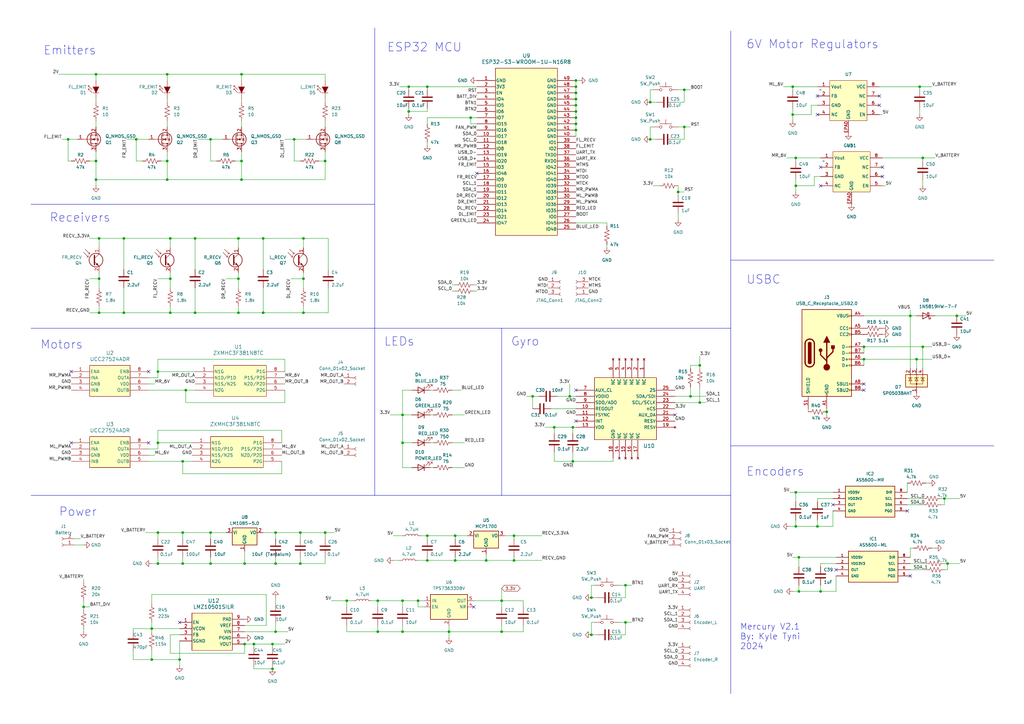
<source format=kicad_sch>
(kicad_sch (version 20230121) (generator eeschema)
  (paper "A3")
  (junction (at 325.12 35.56))
  (junction (at 62.23 257.81))
  (junction (at 64.77 218.44))
  (junction (at 175.26 219.71))
  (junction (at 242.57 245.11))
  (junction (at 64.77 231.14))
  (junction (at 97.79 97.79))
  (junction (at 205.74 259.08))
  (junction (at 280.67 36.83))
  (junction (at 69.85 97.79))
  (junction (at 113.03 259.08))
  (junction (at 234.95 175.26))
  (junction (at 27.94 57.15))
  (junction (at 378.46 64.77))
  (junction (at 354.33 142.24))
  (junction (at 80.01 128.27))
  (junction (at 111.76 264.16))
  (junction (at 233.68 162.56))
  (junction (at 354.33 147.32))
  (junction (at 266.7 41.91))
  (junction (at 133.35 218.44))
  (junction (at 218.44 162.56))
  (junction (at 113.03 231.14))
  (junction (at 86.36 218.44))
  (junction (at 76.2 160.02))
  (junction (at 124.46 114.3))
  (junction (at 97.79 114.3))
  (junction (at 388.62 231.14))
  (junction (at 123.19 218.44))
  (junction (at 107.95 97.79))
  (junction (at 142.24 246.38))
  (junction (at 193.04 48.26))
  (junction (at 184.15 259.08))
  (junction (at 69.85 128.27))
  (junction (at 256.54 255.27))
  (junction (at 167.64 45.72))
  (junction (at 326.39 201.93))
  (junction (at 283.21 162.56))
  (junction (at 113.03 218.44))
  (junction (at 175.26 35.56))
  (junction (at 68.58 73.66))
  (junction (at 64.77 152.4))
  (junction (at 124.46 128.27))
  (junction (at 375.92 147.32))
  (junction (at 175.26 229.87))
  (junction (at 266.7 57.15))
  (junction (at 55.88 57.15))
  (junction (at 69.85 114.3))
  (junction (at 287.02 149.86))
  (junction (at 210.82 229.87))
  (junction (at 74.93 218.44))
  (junction (at 120.65 57.15))
  (junction (at 99.06 30.48))
  (junction (at 236.22 43.18))
  (junction (at 280.67 52.07))
  (junction (at 325.12 46.99))
  (junction (at 326.39 64.77))
  (junction (at 50.8 128.27))
  (junction (at 50.8 97.79))
  (junction (at 205.74 246.38))
  (junction (at 111.76 274.32))
  (junction (at 165.1 259.08))
  (junction (at 234.95 189.23))
  (junction (at 236.22 33.02))
  (junction (at 171.45 246.38))
  (junction (at 40.64 128.27))
  (junction (at 326.39 215.9))
  (junction (at 377.19 35.56))
  (junction (at 378.46 142.24))
  (junction (at 165.1 246.38))
  (junction (at 73.66 270.51))
  (junction (at 99.06 73.66))
  (junction (at 236.22 40.64))
  (junction (at 373.38 129.54))
  (junction (at 86.36 231.14))
  (junction (at 236.22 45.72))
  (junction (at 335.28 215.9))
  (junction (at 327.66 242.57))
  (junction (at 236.22 53.34))
  (junction (at 336.55 242.57))
  (junction (at 68.58 30.48))
  (junction (at 236.22 35.56))
  (junction (at 186.69 229.87))
  (junction (at 64.77 181.61))
  (junction (at 199.39 229.87))
  (junction (at 74.93 189.23))
  (junction (at 167.64 35.56))
  (junction (at 236.22 48.26))
  (junction (at 34.29 248.92))
  (junction (at 68.58 66.04))
  (junction (at 210.82 219.71))
  (junction (at 186.69 219.71))
  (junction (at 74.93 231.14))
  (junction (at 40.64 114.3))
  (junction (at 123.19 231.14))
  (junction (at 80.01 97.79))
  (junction (at 100.33 231.14))
  (junction (at 392.43 129.54))
  (junction (at 99.06 66.04))
  (junction (at 40.64 97.79))
  (junction (at 124.46 97.79))
  (junction (at 165.1 181.61))
  (junction (at 154.94 246.38))
  (junction (at 104.14 264.16))
  (junction (at 107.95 128.27))
  (junction (at 39.37 73.66))
  (junction (at 227.33 175.26))
  (junction (at 133.35 66.04))
  (junction (at 242.57 260.35))
  (junction (at 387.35 204.47))
  (junction (at 326.39 76.2))
  (junction (at 154.94 259.08))
  (junction (at 86.36 57.15))
  (junction (at 287.02 165.1))
  (junction (at 256.54 240.03))
  (junction (at 62.23 270.51))
  (junction (at 97.79 128.27))
  (junction (at 165.1 170.18))
  (junction (at 236.22 38.1))
  (junction (at 39.37 66.04))
  (junction (at 278.13 78.74))
  (junction (at 339.09 168.91))
  (junction (at 327.66 228.6))
  (junction (at 236.22 50.8))
  (junction (at 39.37 30.48))
  (junction (at 100.33 264.16))
  (no_connect (at 236.22 172.72))
  (no_connect (at 372.11 209.55))
  (no_connect (at 361.95 68.58))
  (no_connect (at 360.68 43.18))
  (no_connect (at 341.63 207.01))
  (no_connect (at 236.22 160.02))
  (no_connect (at 361.95 72.39))
  (no_connect (at 354.33 157.48))
  (no_connect (at 60.96 181.61))
  (no_connect (at 360.68 39.37))
  (no_connect (at 194.31 248.92))
  (no_connect (at 60.96 152.4))
  (no_connect (at 335.28 46.99))
  (no_connect (at 29.21 181.61))
  (no_connect (at 336.55 76.2))
  (no_connect (at 29.21 152.4))
  (no_connect (at 354.33 160.02))
  (no_connect (at 73.66 255.27))
  (no_connect (at 335.28 39.37))
  (no_connect (at 342.9 233.68))
  (no_connect (at 276.86 170.18))
  (no_connect (at 373.38 236.22))
  (no_connect (at 195.58 71.12))
  (no_connect (at 336.55 68.58))
  (no_connect (at -314.96 54.61))
  (wire (pts (xy 52.07 57.15) (xy 55.88 57.15)))
  (wire (pts (xy 144.78 246.38) (xy 142.24 246.38)))
  (wire (pts (xy 228.6 162.56) (xy 233.68 162.56)))
  (wire (pts (xy 161.29 229.87) (xy 163.83 229.87)))
  (wire (pts (xy 133.35 40.64) (xy 133.35 41.91)))
  (wire (pts (xy 388.62 231.14) (xy 393.7 231.14)))
  (wire (pts (xy 76.2 160.02) (xy 80.01 160.02)))
  (wire (pts (xy 60.96 184.15) (xy 64.77 184.15)))
  (wire (pts (xy 100.33 267.97) (xy 100.33 264.16)))
  (wire (pts (xy 39.37 49.53) (xy 39.37 52.07)))
  (wire (pts (xy 339.09 170.18) (xy 339.09 168.91)))
  (wire (pts (xy 193.04 50.8) (xy 193.04 48.26)))
  (wire (pts (xy 40.64 128.27) (xy 50.8 128.27)))
  (wire (pts (xy 60.96 154.94) (xy 64.77 154.94)))
  (wire (pts (xy 193.04 48.26) (xy 195.58 48.26)))
  (wire (pts (xy 97.79 125.73) (xy 97.79 128.27)))
  (wire (pts (xy 133.35 218.44) (xy 137.16 218.44)))
  (wire (pts (xy 184.15 256.54) (xy 184.15 259.08)))
  (wire (pts (xy 194.31 246.38) (xy 205.74 246.38)))
  (wire (pts (xy 68.58 66.04) (xy 68.58 73.66)))
  (wire (pts (xy 242.57 245.11) (xy 245.11 245.11)))
  (wire (pts (xy 332.74 43.18) (xy 335.28 43.18)))
  (wire (pts (xy 354.33 129.54) (xy 373.38 129.54)))
  (wire (pts (xy 80.01 97.79) (xy 97.79 97.79)))
  (wire (pts (xy 236.22 48.26) (xy 236.22 50.8)))
  (wire (pts (xy 92.71 114.3) (xy 97.79 114.3)))
  (wire (pts (xy 100.33 226.06) (xy 100.33 231.14)))
  (wire (pts (xy 116.84 147.32) (xy 116.84 152.4)))
  (wire (pts (xy 210.82 219.71) (xy 222.25 219.71)))
  (wire (pts (xy 372.11 204.47) (xy 378.46 204.47)))
  (wire (pts (xy 325.12 49.53) (xy 325.12 46.99)))
  (wire (pts (xy 165.1 256.54) (xy 165.1 259.08)))
  (wire (pts (xy 69.85 114.3) (xy 69.85 118.11)))
  (wire (pts (xy 167.64 35.56) (xy 167.64 36.83)))
  (wire (pts (xy 327.66 242.57) (xy 336.55 242.57)))
  (wire (pts (xy 161.29 219.71) (xy 165.1 219.71)))
  (wire (pts (xy 378.46 73.66) (xy 378.46 76.2)))
  (wire (pts (xy 236.22 38.1) (xy 236.22 40.64)))
  (wire (pts (xy 378.46 142.24) (xy 382.27 142.24)))
  (wire (pts (xy 107.95 218.44) (xy 113.03 218.44)))
  (wire (pts (xy 113.03 228.6) (xy 113.03 231.14)))
  (wire (pts (xy 69.85 111.76) (xy 69.85 114.3)))
  (wire (pts (xy 165.1 160.02) (xy 168.91 160.02)))
  (wire (pts (xy 64.77 152.4) (xy 64.77 154.94)))
  (wire (pts (xy 104.14 265.43) (xy 104.14 264.16)))
  (wire (pts (xy 113.03 259.08) (xy 118.11 259.08)))
  (wire (pts (xy 388.62 233.68) (xy 387.35 233.68)))
  (wire (pts (xy 123.19 218.44) (xy 113.03 218.44)))
  (wire (pts (xy 256.54 255.27) (xy 256.54 260.35)))
  (wire (pts (xy 36.83 66.04) (xy 39.37 66.04)))
  (wire (pts (xy 86.36 218.44) (xy 92.71 218.44)))
  (wire (pts (xy 194.31 119.38) (xy 195.58 119.38)))
  (wire (pts (xy 62.23 231.14) (xy 64.77 231.14)))
  (wire (pts (xy 40.64 111.76) (xy 40.64 114.3)))
  (wire (pts (xy 323.85 215.9) (xy 326.39 215.9)))
  (wire (pts (xy 30.48 220.98) (xy 33.02 220.98)))
  (wire (pts (xy 73.66 260.35) (xy 69.85 260.35)))
  (wire (pts (xy 50.8 128.27) (xy 69.85 128.27)))
  (wire (pts (xy 116.84 165.1) (xy 76.2 165.1)))
  (wire (pts (xy 210.82 219.71) (xy 210.82 220.98)))
  (wire (pts (xy 86.36 57.15) (xy 86.36 66.04)))
  (wire (pts (xy 111.76 264.16) (xy 116.84 264.16)))
  (polyline (pts (xy 299.72 252.73) (xy 299.72 284.48)))
  (wire (pts (xy 39.37 66.04) (xy 39.37 62.23)))
  (wire (pts (xy 173.99 248.92) (xy 171.45 248.92)))
  (wire (pts (xy 335.28 215.9) (xy 335.28 213.36)))
  (wire (pts (xy 375.92 147.32) (xy 382.27 147.32)))
  (wire (pts (xy 100.33 231.14) (xy 86.36 231.14)))
  (wire (pts (xy 256.54 255.27) (xy 259.08 255.27)))
  (wire (pts (xy 27.94 57.15) (xy 27.94 66.04)))
  (wire (pts (xy 63.5 186.69) (xy 60.96 186.69)))
  (polyline (pts (xy 205.74 203.2) (xy 299.72 203.2)))
  (wire (pts (xy 214.63 248.92) (xy 214.63 246.38)))
  (wire (pts (xy 252.73 260.35) (xy 256.54 260.35)))
  (wire (pts (xy 69.85 260.35) (xy 69.85 267.97)))
  (wire (pts (xy 175.26 48.26) (xy 193.04 48.26)))
  (wire (pts (xy 185.42 160.02) (xy 189.23 160.02)))
  (wire (pts (xy 185.42 119.38) (xy 186.69 119.38)))
  (wire (pts (xy 326.39 213.36) (xy 326.39 215.9)))
  (wire (pts (xy 236.22 43.18) (xy 236.22 45.72)))
  (wire (pts (xy 64.77 181.61) (xy 64.77 176.53)))
  (wire (pts (xy 99.06 40.64) (xy 99.06 41.91)))
  (wire (pts (xy 142.24 256.54) (xy 142.24 259.08)))
  (wire (pts (xy 326.39 76.2) (xy 334.01 76.2)))
  (polyline (pts (xy 12.7 83.82) (xy 153.67 83.82)))
  (wire (pts (xy 175.26 219.71) (xy 186.69 219.71)))
  (wire (pts (xy 227.33 177.8) (xy 227.33 175.26)))
  (wire (pts (xy 234.95 189.23) (xy 234.95 185.42)))
  (wire (pts (xy 280.67 52.07) (xy 283.21 52.07)))
  (wire (pts (xy 205.74 246.38) (xy 214.63 246.38)))
  (wire (pts (xy 39.37 66.04) (xy 39.37 73.66)))
  (wire (pts (xy 199.39 227.33) (xy 199.39 229.87)))
  (wire (pts (xy 99.06 62.23) (xy 99.06 66.04)))
  (wire (pts (xy 123.19 228.6) (xy 123.19 231.14)))
  (wire (pts (xy 205.74 256.54) (xy 205.74 259.08)))
  (wire (pts (xy 68.58 30.48) (xy 68.58 33.02)))
  (wire (pts (xy 109.22 243.84) (xy 109.22 256.54)))
  (polyline (pts (xy 12.7 134.62) (xy 205.74 134.62)))
  (wire (pts (xy 165.1 181.61) (xy 165.1 191.77)))
  (wire (pts (xy 372.11 198.12) (xy 372.11 201.93)))
  (wire (pts (xy 252.73 245.11) (xy 256.54 245.11)))
  (wire (pts (xy 280.67 36.83) (xy 280.67 41.91)))
  (wire (pts (xy 248.92 100.33) (xy 248.92 101.6)))
  (wire (pts (xy 133.35 30.48) (xy 133.35 33.02)))
  (wire (pts (xy 165.1 246.38) (xy 171.45 246.38)))
  (wire (pts (xy 123.19 231.14) (xy 113.03 231.14)))
  (wire (pts (xy 354.33 147.32) (xy 354.33 149.86)))
  (wire (pts (xy 175.26 35.56) (xy 175.26 36.83)))
  (wire (pts (xy 242.57 260.35) (xy 245.11 260.35)))
  (wire (pts (xy 234.95 175.26) (xy 236.22 175.26)))
  (wire (pts (xy 63.5 157.48) (xy 60.96 157.48)))
  (wire (pts (xy 373.38 233.68) (xy 379.73 233.68)))
  (wire (pts (xy 354.33 142.24) (xy 378.46 142.24)))
  (polyline (pts (xy 299.72 12.7) (xy 299.72 134.62)))
  (wire (pts (xy 54.61 270.51) (xy 54.61 266.7)))
  (wire (pts (xy 74.93 228.6) (xy 74.93 231.14)))
  (wire (pts (xy 74.93 194.31) (xy 74.93 189.23)))
  (wire (pts (xy 116.84 57.15) (xy 120.65 57.15)))
  (wire (pts (xy 69.85 128.27) (xy 80.01 128.27)))
  (wire (pts (xy 165.1 181.61) (xy 165.1 170.18)))
  (wire (pts (xy 236.22 53.34) (xy 236.22 55.88)))
  (wire (pts (xy 133.35 66.04) (xy 133.35 73.66)))
  (wire (pts (xy 54.61 257.81) (xy 62.23 257.81)))
  (wire (pts (xy 326.39 215.9) (xy 335.28 215.9)))
  (wire (pts (xy 176.53 191.77) (xy 177.8 191.77)))
  (wire (pts (xy 69.85 267.97) (xy 100.33 267.97)))
  (wire (pts (xy 176.53 181.61) (xy 177.8 181.61)))
  (wire (pts (xy 199.39 229.87) (xy 210.82 229.87)))
  (wire (pts (xy 160.02 170.18) (xy 165.1 170.18)))
  (wire (pts (xy 186.69 219.71) (xy 186.69 220.98)))
  (wire (pts (xy 39.37 40.64) (xy 39.37 41.91)))
  (wire (pts (xy 50.8 97.79) (xy 69.85 97.79)))
  (wire (pts (xy 236.22 33.02) (xy 236.22 35.56)))
  (wire (pts (xy 361.95 76.2) (xy 363.22 76.2)))
  (wire (pts (xy 86.36 231.14) (xy 74.93 231.14)))
  (wire (pts (xy 210.82 229.87) (xy 222.25 229.87)))
  (wire (pts (xy 64.77 231.14) (xy 74.93 231.14)))
  (wire (pts (xy 133.35 66.04) (xy 133.35 62.23)))
  (wire (pts (xy 325.12 35.56) (xy 325.12 36.83)))
  (wire (pts (xy 64.77 114.3) (xy 69.85 114.3)))
  (wire (pts (xy 99.06 66.04) (xy 99.06 73.66)))
  (wire (pts (xy 99.06 30.48) (xy 133.35 30.48)))
  (wire (pts (xy 116.84 160.02) (xy 116.84 165.1)))
  (wire (pts (xy 342.9 242.57) (xy 336.55 242.57)))
  (wire (pts (xy 186.69 228.6) (xy 186.69 229.87)))
  (wire (pts (xy 111.76 265.43) (xy 111.76 264.16)))
  (wire (pts (xy 278.13 76.2) (xy 278.13 78.74)))
  (wire (pts (xy 283.21 151.13) (xy 283.21 149.86)))
  (wire (pts (xy 62.23 255.27) (xy 62.23 257.81)))
  (wire (pts (xy 287.02 149.86) (xy 287.02 151.13)))
  (wire (pts (xy 133.35 228.6) (xy 133.35 231.14)))
  (wire (pts (xy 154.94 256.54) (xy 154.94 259.08)))
  (wire (pts (xy 227.33 175.26) (xy 234.95 175.26)))
  (wire (pts (xy 378.46 142.24) (xy 378.46 151.13)))
  (polyline (pts (xy 299.72 182.88) (xy 407.67 182.88)))
  (wire (pts (xy 223.52 175.26) (xy 227.33 175.26)))
  (wire (pts (xy 336.55 231.14) (xy 342.9 231.14)))
  (wire (pts (xy 176.53 160.02) (xy 177.8 160.02)))
  (wire (pts (xy 163.83 35.56) (xy 167.64 35.56)))
  (wire (pts (xy 373.38 129.54) (xy 373.38 151.13)))
  (wire (pts (xy 73.66 270.51) (xy 73.66 273.05)))
  (wire (pts (xy 360.68 46.99) (xy 361.95 46.99)))
  (wire (pts (xy 39.37 30.48) (xy 68.58 30.48)))
  (wire (pts (xy 234.95 177.8) (xy 234.95 175.26)))
  (wire (pts (xy 185.42 170.18) (xy 190.5 170.18)))
  (wire (pts (xy 276.86 41.91) (xy 280.67 41.91)))
  (wire (pts (xy 327.66 228.6) (xy 342.9 228.6)))
  (wire (pts (xy 39.37 30.48) (xy 39.37 33.02)))
  (wire (pts (xy 242.57 240.03) (xy 242.57 245.11)))
  (wire (pts (xy 375.92 147.32) (xy 375.92 151.13)))
  (wire (pts (xy 124.46 114.3) (xy 124.46 118.11)))
  (wire (pts (xy 175.26 45.72) (xy 175.26 44.45)))
  (wire (pts (xy 86.36 218.44) (xy 86.36 220.98)))
  (wire (pts (xy 68.58 66.04) (xy 68.58 62.23)))
  (wire (pts (xy 373.38 127) (xy 373.38 129.54)))
  (wire (pts (xy 60.96 189.23) (xy 74.93 189.23)))
  (wire (pts (xy 154.94 246.38) (xy 165.1 246.38)))
  (wire (pts (xy 321.31 35.56) (xy 325.12 35.56)))
  (polyline (pts (xy 153.67 134.62) (xy 153.67 203.2)))
  (wire (pts (xy 134.62 118.11) (xy 134.62 128.27)))
  (wire (pts (xy 278.13 52.07) (xy 280.67 52.07)))
  (wire (pts (xy 342.9 236.22) (xy 342.9 242.57)))
  (wire (pts (xy 334.01 76.2) (xy 334.01 72.39)))
  (wire (pts (xy 68.58 73.66) (xy 99.06 73.66)))
  (wire (pts (xy 280.67 52.07) (xy 280.67 57.15)))
  (wire (pts (xy 226.06 167.64) (xy 236.22 167.64)))
  (wire (pts (xy 266.7 36.83) (xy 266.7 41.91)))
  (wire (pts (xy 60.96 160.02) (xy 76.2 160.02)))
  (wire (pts (xy 154.94 246.38) (xy 154.94 248.92)))
  (wire (pts (xy 388.62 231.14) (xy 387.35 231.14)))
  (wire (pts (xy 266.7 36.83) (xy 267.97 36.83)))
  (wire (pts (xy 175.26 35.56) (xy 195.58 35.56)))
  (wire (pts (xy 107.95 97.79) (xy 124.46 97.79)))
  (wire (pts (xy 97.79 97.79) (xy 97.79 101.6)))
  (wire (pts (xy 74.93 218.44) (xy 74.93 220.98)))
  (wire (pts (xy 113.03 255.27) (xy 113.03 259.08)))
  (wire (pts (xy 186.69 229.87) (xy 199.39 229.87)))
  (wire (pts (xy 119.38 114.3) (xy 124.46 114.3)))
  (wire (pts (xy 99.06 49.53) (xy 99.06 52.07)))
  (wire (pts (xy 64.77 220.98) (xy 64.77 218.44)))
  (wire (pts (xy 124.46 128.27) (xy 134.62 128.27)))
  (wire (pts (xy 142.24 259.08) (xy 154.94 259.08)))
  (wire (pts (xy 111.76 274.32) (xy 111.76 273.05)))
  (wire (pts (xy 325.12 228.6) (xy 327.66 228.6)))
  (wire (pts (xy 276.86 57.15) (xy 280.67 57.15)))
  (wire (pts (xy 167.64 45.72) (xy 167.64 44.45)))
  (wire (pts (xy 175.26 229.87) (xy 186.69 229.87)))
  (wire (pts (xy 378.46 64.77) (xy 378.46 66.04)))
  (wire (pts (xy 100.33 264.16) (xy 104.14 264.16)))
  (wire (pts (xy 214.63 259.08) (xy 205.74 259.08)))
  (wire (pts (xy 80.01 97.79) (xy 69.85 97.79)))
  (wire (pts (xy 233.68 162.56) (xy 236.22 162.56)))
  (wire (pts (xy 283.21 158.75) (xy 283.21 162.56)))
  (wire (pts (xy 382.27 224.79) (xy 383.54 224.79)))
  (wire (pts (xy 339.09 168.91) (xy 339.09 167.64)))
  (wire (pts (xy 34.29 246.38) (xy 34.29 248.92)))
  (wire (pts (xy 123.19 220.98) (xy 123.19 218.44)))
  (wire (pts (xy 267.97 76.2) (xy 270.51 76.2)))
  (wire (pts (xy 115.57 176.53) (xy 115.57 181.61)))
  (wire (pts (xy 73.66 257.81) (xy 62.23 257.81)))
  (wire (pts (xy 175.26 50.8) (xy 175.26 48.26)))
  (wire (pts (xy 25.4 57.15) (xy 27.94 57.15)))
  (wire (pts (xy 392.43 129.54) (xy 396.24 129.54)))
  (wire (pts (xy 123.19 218.44) (xy 133.35 218.44)))
  (wire (pts (xy 336.55 242.57) (xy 336.55 240.03)))
  (wire (pts (xy 287.02 165.1) (xy 276.86 165.1)))
  (wire (pts (xy 387.35 204.47) (xy 386.08 204.47)))
  (wire (pts (xy 109.22 256.54) (xy 100.33 256.54)))
  (wire (pts (xy 378.46 64.77) (xy 383.54 64.77)))
  (wire (pts (xy 27.94 66.04) (xy 29.21 66.04)))
  (wire (pts (xy 133.35 218.44) (xy 133.35 220.98)))
  (wire (pts (xy 54.61 259.08) (xy 54.61 257.81)))
  (wire (pts (xy 152.4 246.38) (xy 154.94 246.38)))
  (wire (pts (xy 248.92 91.44) (xy 248.92 92.71)))
  (wire (pts (xy 165.1 181.61) (xy 168.91 181.61)))
  (wire (pts (xy 251.46 187.96) (xy 251.46 189.23)))
  (wire (pts (xy 34.29 248.92) (xy 36.83 248.92)))
  (wire (pts (xy 326.39 73.66) (xy 326.39 76.2)))
  (wire (pts (xy 115.57 189.23) (xy 115.57 194.31)))
  (wire (pts (xy 383.54 129.54) (xy 392.43 129.54)))
  (wire (pts (xy 278.13 78.74) (xy 280.67 78.74)))
  (wire (pts (xy 36.83 114.3) (xy 40.64 114.3)))
  (wire (pts (xy 242.57 255.27) (xy 242.57 260.35)))
  (wire (pts (xy 62.23 270.51) (xy 73.66 270.51)))
  (wire (pts (xy 387.35 204.47) (xy 393.7 204.47)))
  (wire (pts (xy 55.88 57.15) (xy 60.96 57.15)))
  (wire (pts (xy 74.93 218.44) (xy 86.36 218.44)))
  (wire (pts (xy 86.36 228.6) (xy 86.36 231.14)))
  (wire (pts (xy 331.47 167.64) (xy 331.47 168.91)))
  (wire (pts (xy 176.53 170.18) (xy 177.8 170.18)))
  (wire (pts (xy 236.22 91.44) (xy 248.92 91.44)))
  (wire (pts (xy 184.15 259.08) (xy 205.74 259.08)))
  (wire (pts (xy 335.28 204.47) (xy 341.63 204.47)))
  (wire (pts (xy 36.83 97.79) (xy 40.64 97.79)))
  (wire (pts (xy 335.28 205.74) (xy 335.28 204.47)))
  (wire (pts (xy 124.46 97.79) (xy 124.46 101.6)))
  (wire (pts (xy 120.65 66.04) (xy 123.19 66.04)))
  (wire (pts (xy 205.74 241.3) (xy 205.74 246.38)))
  (polyline (pts (xy 299.72 106.68) (xy 407.67 106.68)))
  (wire (pts (xy 234.95 189.23) (xy 234.95 191.77)))
  (wire (pts (xy 215.9 162.56) (xy 218.44 162.56)))
  (wire (pts (xy 378.46 64.77) (xy 361.95 64.77)))
  (wire (pts (xy 27.94 57.15) (xy 31.75 57.15)))
  (wire (pts (xy 175.26 220.98) (xy 175.26 219.71)))
  (wire (pts (xy 373.38 224.79) (xy 373.38 228.6)))
  (wire (pts (xy 381 198.12) (xy 379.73 198.12)))
  (wire (pts (xy 372.11 207.01) (xy 378.46 207.01)))
  (wire (pts (xy 97.79 114.3) (xy 97.79 118.11)))
  (wire (pts (xy 185.42 191.77) (xy 190.5 191.77)))
  (wire (pts (xy 107.95 110.49) (xy 107.95 97.79)))
  (wire (pts (xy 354.33 147.32) (xy 375.92 147.32)))
  (wire (pts (xy 227.33 189.23) (xy 234.95 189.23)))
  (wire (pts (xy 377.19 35.56) (xy 382.27 35.56)))
  (wire (pts (xy 175.26 58.42) (xy 175.26 59.69)))
  (wire (pts (xy 54.61 270.51) (xy 62.23 270.51)))
  (wire (pts (xy 171.45 229.87) (xy 175.26 229.87)))
  (wire (pts (xy 218.44 162.56) (xy 220.98 162.56)))
  (wire (pts (xy 167.64 45.72) (xy 175.26 45.72)))
  (polyline (pts (xy 205.74 134.62) (xy 205.74 203.2)))
  (wire (pts (xy 266.7 57.15) (xy 269.24 57.15)))
  (wire (pts (xy 120.65 57.15) (xy 125.73 57.15)))
  (wire (pts (xy 218.44 162.56) (xy 218.44 167.64)))
  (wire (pts (xy 236.22 35.56) (xy 236.22 38.1)))
  (wire (pts (xy 133.35 49.53) (xy 133.35 52.07)))
  (wire (pts (xy 332.74 46.99) (xy 332.74 43.18)))
  (wire (pts (xy 233.68 157.48) (xy 233.68 162.56)))
  (wire (pts (xy 323.85 201.93) (xy 326.39 201.93)))
  (polyline (pts (xy 299.72 203.2) (xy 299.72 252.73)))
  (wire (pts (xy 62.23 266.7) (xy 62.23 270.51)))
  (wire (pts (xy 195.58 50.8) (xy 193.04 50.8)))
  (wire (pts (xy 64.77 152.4) (xy 80.01 152.4)))
  (wire (pts (xy 62.23 243.84) (xy 109.22 243.84)))
  (wire (pts (xy 34.29 259.08) (xy 34.29 257.81)))
  (wire (pts (xy 113.03 231.14) (xy 100.33 231.14)))
  (wire (pts (xy 171.45 248.92) (xy 171.45 246.38)))
  (wire (pts (xy 97.79 111.76) (xy 97.79 114.3)))
  (wire (pts (xy 124.46 111.76) (xy 124.46 114.3)))
  (wire (pts (xy 373.38 129.54) (xy 375.92 129.54)))
  (wire (pts (xy 236.22 40.64) (xy 236.22 43.18)))
  (wire (pts (xy 227.33 185.42) (xy 227.33 189.23)))
  (wire (pts (xy 387.35 207.01) (xy 386.08 207.01)))
  (wire (pts (xy 256.54 240.03) (xy 259.08 240.03)))
  (wire (pts (xy 142.24 246.38) (xy 142.24 248.92)))
  (wire (pts (xy 135.89 246.38) (xy 142.24 246.38)))
  (wire (pts (xy 205.74 246.38) (xy 205.74 248.92)))
  (wire (pts (xy 242.57 240.03) (xy 243.84 240.03)))
  (wire (pts (xy 120.65 57.15) (xy 120.65 66.04)))
  (wire (pts (xy 326.39 201.93) (xy 341.63 201.93)))
  (wire (pts (xy 40.64 125.73) (xy 40.64 128.27)))
  (wire (pts (xy 107.95 118.11) (xy 107.95 128.27)))
  (wire (pts (xy 113.03 245.11) (xy 113.03 247.65)))
  (wire (pts (xy 76.2 165.1) (xy 76.2 160.02)))
  (wire (pts (xy 236.22 50.8) (xy 236.22 53.34)))
  (wire (pts (xy 39.37 73.66) (xy 39.37 76.2)))
  (wire (pts (xy 184.15 259.08) (xy 184.15 261.62)))
  (wire (pts (xy 266.7 41.91) (xy 269.24 41.91)))
  (wire (pts (xy 107.95 97.79) (xy 97.79 97.79)))
  (wire (pts (xy 104.14 273.05) (xy 104.14 274.32)))
  (wire (pts (xy 207.01 219.71) (xy 210.82 219.71)))
  (wire (pts (xy 165.1 246.38) (xy 165.1 248.92)))
  (wire (pts (xy 68.58 49.53) (xy 68.58 52.07)))
  (wire (pts (xy 66.04 66.04) (xy 68.58 66.04)))
  (wire (pts (xy 322.58 64.77) (xy 326.39 64.77)))
  (wire (pts (xy 130.81 66.04) (xy 133.35 66.04)))
  (wire (pts (xy 214.63 256.54) (xy 214.63 259.08)))
  (wire (pts (xy 185.42 116.84) (xy 186.69 116.84)))
  (wire (pts (xy 36.83 128.27) (xy 40.64 128.27)))
  (wire (pts (xy 341.63 215.9) (xy 335.28 215.9)))
  (wire (pts (xy 99.06 30.48) (xy 99.06 33.02)))
  (wire (pts (xy 30.48 223.52) (xy 34.29 223.52)))
  (wire (pts (xy 172.72 219.71) (xy 175.26 219.71)))
  (wire (pts (xy 113.03 259.08) (xy 100.33 259.08)))
  (wire (pts (xy 24.13 30.48) (xy 39.37 30.48)))
  (wire (pts (xy 50.8 97.79) (xy 40.64 97.79)))
  (wire (pts (xy 40.64 114.3) (xy 40.64 118.11)))
  (wire (pts (xy 325.12 44.45) (xy 325.12 46.99)))
  (wire (pts (xy 165.1 191.77) (xy 168.91 191.77)))
  (polyline (pts (xy 205.74 134.62) (xy 299.72 134.62)))
  (wire (pts (xy 69.85 125.73) (xy 69.85 128.27)))
  (wire (pts (xy 289.56 162.56) (xy 283.21 162.56)))
  (wire (pts (xy 74.93 189.23) (xy 78.74 189.23)))
  (wire (pts (xy 326.39 64.77) (xy 326.39 66.04)))
  (wire (pts (xy 327.66 240.03) (xy 327.66 242.57)))
  (wire (pts (xy 266.7 52.07) (xy 266.7 57.15)))
  (wire (pts (xy 289.56 165.1) (xy 287.02 165.1)))
  (wire (pts (xy 154.94 259.08) (xy 165.1 259.08)))
  (wire (pts (xy 104.14 274.32) (xy 111.76 274.32)))
  (wire (pts (xy 283.21 162.56) (xy 276.86 162.56)))
  (wire (pts (xy 175.26 228.6) (xy 175.26 229.87)))
  (wire (pts (xy 104.14 264.16) (xy 111.76 264.16)))
  (wire (pts (xy 280.67 36.83) (xy 283.21 36.83)))
  (wire (pts (xy 287.02 146.05) (xy 287.02 149.86)))
  (wire (pts (xy 86.36 66.04) (xy 88.9 66.04)))
  (wire (pts (xy 210.82 228.6) (xy 210.82 229.87)))
  (wire (pts (xy 387.35 207.01) (xy 387.35 204.47)))
  (wire (pts (xy 167.64 46.99) (xy 167.64 45.72)))
  (wire (pts (xy 86.36 57.15) (xy 91.44 57.15)))
  (wire (pts (xy 165.1 259.08) (xy 184.15 259.08)))
  (wire (pts (xy 254 255.27) (xy 256.54 255.27)))
  (wire (pts (xy 99.06 73.66) (xy 133.35 73.66)))
  (wire (pts (xy 167.64 35.56) (xy 175.26 35.56)))
  (wire (pts (xy 278.13 80.01) (xy 278.13 78.74)))
  (wire (pts (xy 283.21 149.86) (xy 287.02 149.86)))
  (wire (pts (xy 50.8 118.11) (xy 50.8 128.27)))
  (wire (pts (xy 374.65 224.79) (xy 373.38 224.79)))
  (wire (pts (xy 113.03 218.44) (xy 113.03 220.98)))
  (wire (pts (xy 64.77 181.61) (xy 78.74 181.61)))
  (wire (pts (xy 134.62 110.49) (xy 134.62 97.79)))
  (polyline (pts (xy 153.67 83.82) (xy 153.67 134.62)))
  (wire (pts (xy 236.22 33.02) (xy 237.49 33.02)))
  (wire (pts (xy 62.23 247.65) (xy 62.23 243.84)))
  (wire (pts (xy 133.35 231.14) (xy 123.19 231.14)))
  (wire (pts (xy 80.01 118.11) (xy 80.01 128.27)))
  (wire (pts (xy 55.88 57.15) (xy 55.88 66.04)))
  (wire (pts (xy 242.57 255.27) (xy 243.84 255.27)))
  (wire (pts (xy 80.01 110.49) (xy 80.01 97.79)))
  (wire (pts (xy 354.33 142.24) (xy 354.33 144.78)))
  (wire (pts (xy 377.19 44.45) (xy 377.19 46.99)))
  (wire (pts (xy 278.13 36.83) (xy 280.67 36.83)))
  (polyline (pts (xy 299.72 134.62) (xy 299.72 203.2)))
  (wire (pts (xy 40.64 97.79) (xy 40.64 101.6)))
  (wire (pts (xy 185.42 181.61) (xy 190.5 181.61)))
  (wire (pts (xy 256.54 240.03) (xy 256.54 245.11)))
  (polyline (pts (xy 12.7 203.2) (xy 205.74 203.2)))
  (wire (pts (xy 334.01 72.39) (xy 336.55 72.39)))
  (wire (pts (xy 287.02 158.75) (xy 287.02 165.1)))
  (wire (pts (xy 55.88 66.04) (xy 58.42 66.04)))
  (wire (pts (xy 171.45 246.38) (xy 173.99 246.38)))
  (wire (pts (xy 191.77 219.71) (xy 186.69 219.71)))
  (wire (pts (xy 64.77 152.4) (xy 64.77 147.32)))
  (wire (pts (xy 64.77 147.32) (xy 116.84 147.32)))
  (wire (pts (xy 80.01 128.27) (xy 97.79 128.27)))
  (wire (pts (xy 64.77 218.44) (xy 74.93 218.44)))
  (wire (pts (xy 64.77 228.6) (xy 64.77 231.14)))
  (wire (pts (xy 50.8 110.49) (xy 50.8 97.79)))
  (wire (pts (xy 377.19 35.56) (xy 377.19 36.83)))
  (wire (pts (xy 325.12 46.99) (xy 332.74 46.99)))
  (wire (pts (xy 266.7 52.07) (xy 267.97 52.07)))
  (wire (pts (xy 64.77 176.53) (xy 115.57 176.53)))
  (wire (pts (xy 134.62 97.79) (xy 124.46 97.79)))
  (wire (pts (xy 251.46 189.23) (xy 234.95 189.23)))
  (wire (pts (xy 81.28 57.15) (xy 86.36 57.15)))
  (wire (pts (xy 165.1 160.02) (xy 165.1 170.18)))
  (wire (pts (xy 107.95 128.27) (xy 124.46 128.27)))
  (wire (pts (xy 194.31 116.84) (xy 195.58 116.84)))
  (wire (pts (xy 341.63 209.55) (xy 341.63 215.9)))
  (wire (pts (xy 165.1 170.18) (xy 168.91 170.18)))
  (wire (pts (xy 115.57 194.31) (xy 74.93 194.31)))
  (wire (pts (xy 327.66 228.6) (xy 327.66 232.41)))
  (wire (pts (xy 97.79 128.27) (xy 107.95 128.27)))
  (wire (pts (xy 34.29 248.92) (xy 34.29 250.19)))
  (wire (pts (xy 39.37 73.66) (xy 68.58 73.66)))
  (wire (pts (xy 373.38 231.14) (xy 379.73 231.14)))
  (wire (pts (xy 236.22 45.72) (xy 236.22 48.26)))
  (wire (pts (xy 326.39 64.77) (xy 336.55 64.77)))
  (wire (pts (xy 254 240.03) (xy 256.54 240.03)))
  (wire (pts (xy 124.46 125.73) (xy 124.46 128.27)))
  (wire (pts (xy 68.58 40.64) (xy 68.58 41.91)))
  (wire (pts (xy 326.39 201.93) (xy 326.39 205.74)))
  (polyline (pts (xy 153.67 11.43) (xy 153.67 83.82)))
  (wire (pts (xy 62.23 257.81) (xy 62.23 259.08)))
  (wire (pts (xy 377.19 35.56) (xy 360.68 35.56)))
  (wire (pts (xy 278.13 87.63) (xy 278.13 90.17)))
  (wire (pts (xy 73.66 262.89) (xy 73.66 270.51)))
  (wire (pts (xy 64.77 181.61) (xy 64.77 184.15)))
  (wire (pts (xy 325.12 35.56) (xy 335.28 35.56)))
  (wire (pts (xy 96.52 66.04) (xy 99.06 66.04)))
  (wire (pts (xy 68.58 30.48) (xy 99.06 30.48)))
  (wire (pts (xy 326.39 78.74) (xy 326.39 76.2)))
  (wire (pts (xy 34.29 237.49) (xy 34.29 238.76)))
  (wire (pts (xy 336.55 232.41) (xy 336.55 231.14)))
  (wire (pts (xy 325.12 242.57) (xy 327.66 242.57)))
  (wire (pts (xy 59.69 218.44) (xy 64.77 218.44)))
  (wire (pts (xy 69.85 97.79) (xy 69.85 101.6)))
  (wire (pts (xy 388.62 233.68) (xy 388.62 231.14)))
  (text "USBC\n" (at 306.07 116.84 0) (effects (font (size 3.5 3.5)) (justify left bottom)))
  (text "LEDs\n" (at 157.48 142.24 0) (effects (font (size 3.5 3.5)) (justify left bottom)))
  (text "Power" (at 24.13 212.09 0) (effects (font (size 3.5 3.5)) (justify left bottom)))
  (text "6V Motor Regulators" (at 306.07 20.32 0) (effects (font (size 3.5 3.5)) (justify left bottom)))
  (text "Encoders" (at 306.07 195.58 0) (effects (font (size 3.5 3.5)) (justify left bottom)))
  (text "Emitters\n" (at 17.78 22.86 0) (effects (font (size 3.5 3.5)) (justify left bottom)))
  (text "Motors" (at 16.51 143.51 0) (effects (font (size 3.5 3.5)) (justify left bottom)))
  (text "Mercury V2.1\nBy: Kyle Tyni\n2024" (at 303.53 266.7 0) (effects (font (size 2.5 2.5)) (justify left bottom)))
  (text "Gyro\n" (at 209.55 142.24 0) (effects (font (size 3.5 3.5)) (justify left bottom)))
  (text "ESP32 MCU" (at 158.75 21.59 0) (effects (font (size 3.5 3.5)) (justify left bottom)))
  (text "Receivers" (at 20.32 91.44 0) (effects (font (size 3.5 3.5)) (justify left bottom)))
  (label "MTDO" (at 236.22 73.66 0))
  (label "5V" (at 278.13 236.22 180))
  (label "BTN1" (at 195.58 43.18 180))
  (label "GND" (at 78.74 186.69 180))
  (label "GND" (at 236.22 165.1 180))
  (label "MTDI" (at 224.79 118.11 180))
  (label "FR_EMIT" (at 195.58 68.58 180))
  (label "MR_PWMB" (at 195.58 60.96 180))
  (label "UART_TX" (at 278.13 243.84 180))
  (label "UART_RX" (at 278.13 241.3 180))
  (label "5V" (at 361.95 46.99 0))
  (label "3.3V" (at 278.13 250.19 180))
  (label "5V" (at 161.29 219.71 180))
  (label "3.3V" (at 195.58 119.38 0))
  (label "UART_TX" (at 236.22 63.5 0))
  (label "5V" (at 137.16 218.44 0))
  (label "USB_D+" (at 382.27 147.32 0))
  (label "FL_EMIT" (at 25.4 57.15 180))
  (label "GND" (at 29.21 186.69 180))
  (label "MR_PWMA" (at 236.22 78.74 0))
  (label "BATT_DIV" (at 195.58 40.64 180))
  (label "5V" (at 325.12 228.6 180))
  (label "5V" (at 393.7 204.47 0))
  (label "3.3V" (at 278.13 265.43 180))
  (label "USB_D-" (at 382.27 142.24 0))
  (label "GND" (at 224.79 115.57 180))
  (label "MTCK" (at 241.3 115.57 0))
  (label "V_BATTERY" (at 383.54 64.77 0))
  (label "FL_RECV" (at 236.22 58.42 0))
  (label "FR_EMIT" (at 52.07 57.15 270))
  (label "SCL_0" (at 185.42 119.38 180))
  (label "ML_6V" (at 321.31 35.56 180))
  (label "ML_OUT_A" (at 78.74 184.15 180))
  (label "V_BATTERY" (at 59.69 218.44 180))
  (label "GND" (at 278.13 257.81 180))
  (label "ML_6V" (at 63.5 186.69 0))
  (label "SDA_1" (at 278.13 255.27 180))
  (label "RST" (at 195.58 38.1 180))
  (label "SCL_0" (at 195.58 58.42 180))
  (label "SDA_0" (at 185.42 116.84 180))
  (label "V_BATTERY" (at 274.32 223.52 180))
  (label "MTMS" (at 236.22 68.58 0))
  (label "GND" (at 278.13 273.05 180))
  (label "3.3V" (at 276.86 167.64 0))
  (label "V_BATTERY" (at 34.29 237.49 180))
  (label "MR_6V" (at 63.5 157.48 0))
  (label "VBUS" (at 373.38 127 180))
  (label "SDA_0" (at 195.58 55.88 180))
  (label "BTN1" (at 259.08 240.03 0))
  (label "V_BATTERY" (at 382.27 35.56 0))
  (label "2V" (at 116.84 264.16 0))
  (label "SCL_0" (at 373.38 204.47 0))
  (label "SDA_0" (at 278.13 270.51 180))
  (label "GND" (at 80.01 157.48 180))
  (label "5V" (at 393.7 231.14 0))
  (label "ML_OUT_B" (at 140.97 186.69 180))
  (label "ML_PWMA" (at 236.22 83.82 0))
  (label "MR_PWMA" (at 29.21 154.94 180))
  (label "MR_OUT_B" (at 140.97 157.48 180))
  (label "BTN2" (at 195.58 45.72 180))
  (label "FL_EMIT" (at 236.22 60.96 0))
  (label "DL_RECV" (at 195.58 86.36 180))
  (label "MR_6V" (at 322.58 64.77 180))
  (label "RECV_3.3VA" (at 222.25 219.71 0))
  (label "UART_RX" (at 236.22 66.04 0))
  (label "SCL_1" (at 278.13 252.73 180))
  (label "SDA_1" (at 195.58 78.74 180))
  (label "FAN_PWM" (at 195.58 53.34 180))
  (label "SDA_1" (at 289.56 162.56 0))
  (label "DR_RECV" (at 195.58 81.28 180))
  (label "DL_EMIT" (at 116.84 57.15 270))
  (label "RST" (at 280.67 78.74 0))
  (label "3.3V" (at 160.02 170.18 180))
  (label "SDA_0" (at 373.38 207.01 0))
  (label "MR_PWMB" (at 29.21 160.02 180))
  (label "GND" (at 241.3 120.65 0))
  (label "5V" (at 363.22 76.2 0))
  (label "GND" (at 276.86 160.02 0))
  (label "GND" (at 234.95 191.77 180))
  (label "GREEN_LED" (at 190.5 170.18 0))
  (label "ML_OUT_B" (at 115.57 186.69 0))
  (label "DL_EMIT" (at 195.58 88.9 180))
  (label "BATT_DIV" (at 36.83 248.92 0))
  (label "RECV_GND" (at 36.83 128.27 180))
  (label "BLUE_LED" (at 189.23 160.02 0))
  (label "DR_EMIT" (at 81.28 57.15 270))
  (label "RED_LED" (at 236.22 86.36 0))
  (label "FR_RECV" (at 36.83 114.3 270))
  (label "SCL_1" (at 289.56 165.1 0))
  (label "3.3V" (at 163.83 35.56 180))
  (label "GND" (at 276.86 172.72 0))
  (label "SCL_1" (at 374.65 231.14 0))
  (label "ML_OUT_A" (at 140.97 184.15 180))
  (label "3.3V" (at 233.68 157.48 180))
  (label "SCL_1" (at 195.58 76.2 180))
  (label "BOOT" (at 236.22 88.9 0))
  (label "GND" (at 278.13 238.76 180))
  (label "5V" (at 323.85 201.93 180))
  (label "5V" (at 135.89 246.38 180))
  (label "USB_D-" (at 195.58 63.5 180))
  (label "DR_EMIT" (at 195.58 83.82 180))
  (label "GREEN_LED" (at 195.58 91.44 180))
  (label "FR_RECV" (at 195.58 73.66 180))
  (label "RED_LED" (at 190.5 181.61 0))
  (label "ML_PWMB" (at 29.21 189.23 180))
  (label "ML_PWMB" (at 236.22 81.28 0))
  (label "BTN2" (at 259.08 255.27 0))
  (label "3.3V" (at 287.02 146.05 0))
  (label "GND" (at 29.21 157.48 180))
  (label "RST" (at 283.21 52.07 0))
  (label "GND" (at 215.9 162.56 180))
  (label "V_BATTERY" (at 33.02 220.98 0))
  (label "DL_RECV" (at 119.38 114.3 270))
  (label "ML_6V" (at 115.57 184.15 0))
  (label "ML_PWMA" (at 29.21 184.15 180))
  (label "FAN_PWM" (at 274.32 220.98 180))
  (label "5V" (at 396.24 129.54 0))
  (label "5V" (at 118.11 259.08 0))
  (label "MR_OUT_A" (at 140.97 154.94 180))
  (label "FL_RECV" (at 64.77 114.3 270))
  (label "GND" (at 236.22 170.18 180))
  (label "3.3V" (at 223.52 175.26 180))
  (label "2V" (at 24.13 30.48 180))
  (label "GND" (at 190.5 191.77 0))
  (label "RECV_GND" (at 222.25 229.87 0))
  (label "MTMS" (at 241.3 118.11 0))
  (label "DR_RECV" (at 92.71 114.3 270))
  (label "USB_D+" (at 195.58 66.04 180))
  (label "MR_6V" (at 116.84 154.94 0))
  (label "3.3V" (at 267.97 76.2 180))
  (label "GND" (at 274.32 218.44 180))
  (label "MTCK" (at 236.22 76.2 0))
  (label "MTDI" (at 236.22 71.12 0))
  (label "RECV_3.3VA" (at 36.83 97.79 180))
  (label "3.3V" (at 195.58 116.84 0))
  (label "MR_OUT_A" (at 80.01 154.94 180))
  (label "SDA_1" (at 374.65 233.68 0))
  (label "MR_OUT_B" (at 116.84 157.48 0))
  (label "MTDO" (at 224.79 120.65 180))
  (label "BOOT" (at 283.21 36.83 0))
  (label "SCL_0" (at 278.13 267.97 180))
  (label "BLUE_LED" (at 236.22 93.98 0))
  (global_label "3.3V" (shape bidirectional) (at 205.74 241.3 0) (property "Intersheetrefs" "${INTERSHEET_REFS}" (effects hide)))
  (symbol (lib_id "Device:R_US") (at 335.28 168.91 90) (unit 1)
    (property "Reference" "R40" (at 336.55 166.37 90) (effects (justify left)))
    (property "Value" "47k" (at 336.55 171.45 90) (effects (justify left)))
    (property "Footprint" "Resistor_SMD:R_0603_1608Metric_Pad0.98x0.95mm_HandSolder" (effects hide))
  )
  (symbol (lib_id "Switch:SW_Push") (at 248.92 240.03 0) (unit 1)
    (property "Reference" "SW3" (at 242.57 234.95 0))
    (property "Value" "SW_Push" (at 242.57 237.49 0))
    (property "Footprint" "footprint:SW_SPST_REED_CT05-XXXX-G1" (effects hide))
  )
  (symbol (lib_id "Device:C") (at 113.03 224.79 180) (unit 1)
    (property "Reference" "C42" (at 118.11 222.25 0) (effects (justify left)))
    (property "Value" "10uF (Tantalum)" (at 119.38 227.33 0) (effects (justify left)))
    (property "Footprint" "Capacitor_SMD:C_0603_1608Metric_Pad1.08x0.95mm_HandSolder" (effects hide))
  )
  (symbol (lib_id "Regulator_Linear:LM1085-5.0") (at 100.33 218.44 0) (unit 1)
    (property "Reference" "U8" (at 100.33 212.09 0))
    (property "Value" "LM1085-5.0" (at 100.33 214.63 0))
    (property "Footprint" "footprint:5V Voltage Reg" (effects hide))
    (property "Datasheet" "http://www.ti.com/lit/ds/symlink/lm1085.pdf" (effects hide))
  )
  (symbol (lib_id "Device:R_US") (at 62.23 251.46 0) (unit 1)
    (property "Reference" "R45" (at 64.77 250.19 0) (effects (justify left)))
    (property "Value" "223k" (at 64.77 252.73 0) (effects (justify left)))
    (property "Footprint" "Resistor_SMD:R_0603_1608Metric_Pad0.98x0.95mm_HandSolder" (effects hide))
  )
  (symbol (lib_id "Diode:1N5819") (at 379.73 129.54 180) (unit 1)
    (property "Reference" "D8" (at 379.73 123.19 0))
    (property "Value" "1N5819HW-7-F" (at 384.81 125.73 0))
    (property "Footprint" "footprint:1N5819HW-7-F_DIO" (effects hide))
    (property "Datasheet" "http://www.vishay.com/docs/88525/1n5817.pdf" (effects hide))
  )
  (symbol (lib_id "Device:C") (at 154.94 252.73 0) (unit 1)
    (property "Reference" "C9" (at 156.21 250.19 0) (effects (justify left)))
    (property "Value" "0.1uF" (at 156.21 255.27 0) (effects (justify left)))
    (property "Footprint" "Capacitor_SMD:C_0603_1608Metric_Pad1.08x0.95mm_HandSolder" (effects hide))
  )
  (symbol (lib_id "Device:C") (at 248.92 245.11 270) (unit 1)
    (property "Reference" "C14" (at 252.73 243.84 90))
    (property "Value" "0.1uF" (at 252.73 246.38 90))
    (property "Footprint" "Capacitor_SMD:C_0603_1608Metric_Pad1.08x0.95mm_HandSolder" (effects hide))
  )
  (symbol (lib_id "Device:R_US") (at 190.5 116.84 90) (unit 1)
    (property "Reference" "R19" (at 190.5 111.76 90))
    (property "Value" "10k" (at 190.5 114.3 90))
    (property "Footprint" "Resistor_SMD:R_0603_1608Metric_Pad0.98x0.95mm_HandSolder" (effects hide))
  )
  (symbol (lib_id "Device:R_US") (at 40.64 121.92 0) (unit 1)
    (property "Reference" "R7" (at 43.18 120.65 0) (effects (justify left)))
    (property "Value" "1.8k" (at 43.18 123.19 0) (effects (justify left)))
    (property "Footprint" "Resistor_SMD:R_0603_1608Metric_Pad0.98x0.95mm_HandSolder" (effects hide))
  )
  (symbol (lib_id "Mercury_Symbols:AS5600-ASOT") (at 341.63 201.93 0) (unit 1)
    (property "Reference" "IC2" (at 356.87 194.31 0))
    (property "Value" "AS5600-MR" (at 356.87 196.85 0))
    (property "Footprint" "footprint:SOIC127P600X175-8N" (effects hide))
    (property "MANUFACTURER_NAME" "ams" (effects hide))
    (property "MF" "ams" (effects hide))
    (property "MOUSER_PRICE-STOCK" "https://www.mouser.co.uk/ProductDetail/ams/AS5600-ASOT?qs=KTMMzrZdriGJpjhsnAEYBA%3D%3D" (effects hide))
    (property "DESCRIPTION" "Board Mount Hall Effect / Magnetic Sensors AS5600 Magnetic Sensor 12-Bit" (effects hide))
    (property "MOUSER_PART_NUMBER" "985-AS5600-ASOT" (effects hide))
    (property "Price" "None" (effects hide))
    (property "Package" "SOIC-8 ams" (effects hide))
    (property "Check_prices" "https://www.snapeda.com/parts/AS5600-ASOT/ams/view-part/?ref=eda" (effects hide))
    (property "HEIGHT" "1.75mm" (effects hide))
    (property "MP" "AS5600-ASOT" (effects hide))
    (property "SnapEDA_Link" "https://www.snapeda.com/parts/AS5600-ASOT/ams/view-part/?ref=snap" (effects hide))
    (property "ARROW_PRICE-STOCK" "https://www.arrow.com/en/products/as5600-asot/ams-ag?region=nac" (effects hide))
    (property "ARROW_PART_NUMBER" "AS5600-ASOT" (effects hide))
    (property "Purchase-URL" "https://www.snapeda.com/api/url_track_click_mouser/?unipart_id=2474367&manufacturer=ams&part_name=AS5600-ASOT&search_term=as5600" (effects hide))
    (property "Description" "\nHall Effect Sensor Angle External Magnet, Not Included Gull Wing\n" (effects hide))
    (property "Availability" "In Stock" (effects hide))
    (property "MANUFACTURER_PART_NUMBER" "AS5600-ASOT" (effects hide))
  )
  (symbol (lib_id "Device:C") (at 222.25 167.64 90) (unit 1)
    (property "Reference" "C31" (at 219.71 170.18 90))
    (property "Value" "0.1uF" (at 226.06 170.18 90))
    (property "Footprint" "Capacitor_SMD:C_0603_1608Metric_Pad1.08x0.95mm_HandSolder" (effects hide))
  )
  (symbol (lib_id "Device:R_US") (at 190.5 119.38 90) (unit 1)
    (property "Reference" "R28" (at 189.23 121.92 90))
    (property "Value" "10k" (at 189.23 124.46 90))
    (property "Footprint" "Resistor_SMD:R_0603_1608Metric_Pad0.98x0.95mm_HandSolder" (effects hide))
  )
  (symbol (lib_id "power:GND") (at 34.29 259.08 0) (unit 1)
    (property "Reference" "#PWR05" (effects hide))
    (property "Value" "GND" (at 34.29 264.16 0))
  )
  (symbol (lib_id "Connector:USB_C_Receptacle_USB2.0") (at 339.09 144.78 0) (unit 1)
    (property "Reference" "J3" (at 339.09 121.92 0))
    (property "Value" "USB_C_Receptacle_USB2.0" (at 339.09 124.46 0))
    (property "Footprint" "Connector_USB:USB_C_Receptacle_GCT_USB4085" (effects hide))
    (property "Datasheet" "https://www.usb.org/sites/default/files/documents/usb_type-c.zip" (effects hide))
  )
  (symbol (lib_id "Switch:SW_Push") (at 273.05 36.83 0) (unit 1)
    (property "Reference" "SW2" (at 266.7 31.75 0))
    (property "Value" "SW_Push" (at 266.7 34.29 0))
    (property "Footprint" "footprint:SW_SPST_REED_CT05-XXXX-G1" (effects hide))
  )
  (symbol (lib_id "Connector:Conn_01x02_Socket") (at 146.05 154.94 0) (unit 1)
    (property "Reference" "J4" (at 138.43 148.59 0) (effects (justify left)))
    (property "Value" "Conn_01x02_Socket" (at 130.81 151.13 0) (effects (justify left)))
    (property "Footprint" "Connector_PinSocket_2.54mm:PinSocket_1x02_P2.54mm_Vertical" (effects hide))
  )
  (symbol (lib_id "power:GND") (at 349.25 83.82 0) (unit 1)
    (property "Reference" "#PWR09" (effects hide))
    (property "Value" "GND" (at 349.25 88.9 0))
  )
  (symbol (lib_id "Device:R_US") (at 34.29 242.57 180) (unit 1)
    (property "Reference" "R20" (at 39.37 241.3 0))
    (property "Value" "20k" (at 39.37 243.84 0))
    (property "Footprint" "Resistor_SMD:R_0603_1608Metric_Pad0.98x0.95mm_HandSolder" (effects hide))
  )
  (symbol (lib_name "ESP32-S3-WROOM-1U-N16R8_1") (lib_id "Mercury_Symbols:ESP32-S3-WROOM-1U-N16R8") (at 195.58 33.02 0) (unit 1)
    (property "Reference" "U9" (at 215.9 22.86 0) (effects (font (size 1.524 1.524))))
    (property "Value" "ESP32-S3-WROOM-1U-N16R8" (at 215.9 25.4 0) (effects (font (size 1.524 1.524))))
    (property "Footprint" "footprint:ESP32­S3­WROOM­1U_EXP" (effects hide))
    (property "Datasheet" "ESP32-S3-WROOM-1U-N16R8" (effects hide))
  )
  (symbol (lib_id "Connector:Conn_01x04_Socket") (at 283.21 252.73 0) (unit 1)
    (property "Reference" "J6" (at 284.48 252.73 0) (effects (justify left)))
    (property "Value" "Encoder_L" (at 284.48 255.27 0) (effects (justify left)))
    (property "Footprint" "Connector_PinHeader_2.54mm:PinHeader_1x04_P2.54mm_Vertical" (effects hide))
  )
  (symbol (lib_id "Device:L") (at 168.91 219.71 90) (unit 1)
    (property "Reference" "L1" (at 168.91 214.63 90))
    (property "Value" "4.7uH" (at 168.91 217.17 90))
    (property "Footprint" "Inductor_SMD:L_0603_1608Metric_Pad1.05x0.95mm_HandSolder" (effects hide))
  )
  (symbol (lib_id "Device:C") (at 186.69 224.79 0) (unit 1)
    (property "Reference" "C6" (at 187.96 222.25 0) (effects (justify left)))
    (property "Value" "2.2uF" (at 187.96 227.33 0) (effects (justify left)))
    (property "Footprint" "Capacitor_SMD:C_0603_1608Metric_Pad1.08x0.95mm_HandSolder" (effects hide))
  )
  (symbol (lib_id "power:GND") (at 278.13 90.17 0) (unit 1)
    (property "Reference" "#PWR011" (effects hide))
    (property "Value" "GND" (at 278.13 95.25 0))
  )
  (symbol (lib_id "Mercury_Symbols:ZXMHC3F381N8TC") (at 66.04 153.67 0) (unit 1)
    (property "Reference" "U1" (at 97.79 142.24 0) (effects (font (size 1.524 1.524))))
    (property "Value" "ZXMHC3F381N8TC" (at 97.79 144.78 0) (effects (font (size 1.524 1.524))))
    (property "Footprint" "footprint:SOIC_81N8TC_DIO" (effects hide))
    (property "Datasheet" "ZXMHC3F381N8TC" (effects hide))
  )
  (symbol (lib_id "Device:R_US") (at 124.46 121.92 0) (unit 1)
    (property "Reference" "R10" (at 127 120.65 0) (effects (justify left)))
    (property "Value" "1.8k" (at 127 123.19 0) (effects (justify left)))
    (property "Footprint" "Resistor_SMD:R_0603_1608Metric_Pad0.98x0.95mm_HandSolder" (effects hide))
  )
  (symbol (lib_id "LMZ10501SILR:LMZ10501SILR") (at 91.44 265.43 0) (unit 1)
    (property "Reference" "U12" (at 87.63 246.38 0) (effects (font (size 1.524 1.524))))
    (property "Value" "LMZ10501SILR" (at 87.63 248.92 0) (effects (font (size 1.524 1.524))))
    (property "Footprint" "footprint:SIL0008A" (effects hide))
    (property "Datasheet" "LMZ10501SILR" (effects hide))
  )
  (symbol (lib_id "Device:C") (at 378.46 69.85 0) (unit 1)
    (property "Reference" "C50" (at 379.73 67.31 0) (effects (justify left)))
    (property "Value" "10uF" (at 379.73 72.39 0) (effects (justify left)))
    (property "Footprint" "Capacitor_SMD:C_0603_1608Metric_Pad1.08x0.95mm_HandSolder" (effects hide))
  )
  (symbol (lib_id "Device:R_US") (at 375.92 198.12 90) (unit 1)
    (property "Reference" "R31" (at 374.65 193.04 90) (effects (justify left)))
    (property "Value" "4.7k" (at 375.92 195.58 90) (effects (justify left)))
    (property "Footprint" "Resistor_SMD:R_0603_1608Metric_Pad0.98x0.95mm_HandSolder" (effects hide))
  )
  (symbol (lib_id "power:GND") (at 100.33 261.62 90) (unit 1)
    (property "Reference" "#PWR033" (effects hide))
    (property "Value" "GND" (at 104.14 261.62 90) (effects (justify right)))
  )
  (symbol (lib_id "power:GND") (at 184.15 261.62 0) (unit 1)
    (property "Reference" "#PWR06" (effects hide))
    (property "Value" "GND" (at 184.15 266.7 0))
  )
  (symbol (lib_id "Device:C") (at 50.8 114.3 0) (unit 1)
    (property "Reference" "C1" (at 52.07 111.76 0) (effects (justify left)))
    (property "Value" "2.2uF" (at 52.07 116.84 0) (effects (justify left)))
    (property "Footprint" "Capacitor_SMD:C_0603_1608Metric_Pad1.08x0.95mm_HandSolder" (effects hide))
  )
  (symbol (lib_id "Device:L") (at 167.64 229.87 90) (unit 1)
    (property "Reference" "L2" (at 167.64 224.79 90))
    (property "Value" "4.7uH" (at 167.64 227.33 90))
    (property "Footprint" "Inductor_SMD:L_0603_1608Metric_Pad1.05x0.95mm_HandSolder" (effects hide))
  )
  (symbol (lib_id "Connector:Conn_01x04_Socket") (at 283.21 267.97 0) (unit 1)
    (property "Reference" "J7" (at 284.48 267.97 0) (effects (justify left)))
    (property "Value" "Encoder_R" (at 284.48 270.51 0) (effects (justify left)))
    (property "Footprint" "Connector_PinHeader_2.54mm:PinHeader_1x04_P2.54mm_Vertical" (effects hide))
  )
  (symbol (lib_id "Connector:Conn_01x03_Socket") (at 236.22 118.11 180) (unit 1)
    (property "Reference" "J10" (at 238.76 111.76 0))
    (property "Value" "JTAG_Conn2" (at 241.3 123.19 0))
    (property "Footprint" "Connector_PinHeader_2.54mm:PinHeader_1x03_P2.54mm_Vertical" (effects hide))
  )
  (symbol (lib_id "power:GND") (at 339.09 170.18 0) (unit 1)
    (property "Reference" "#PWR015" (effects hide))
    (property "Value" "GND" (at 339.09 175.26 0))
  )
  (symbol (lib_id "Device:C") (at 113.03 251.46 0) (unit 1)
    (property "Reference" "C16" (at 113.03 248.92 0) (effects (justify left)))
    (property "Value" "10uF" (at 113.03 254 0) (effects (justify left)))
    (property "Footprint" "Capacitor_SMD:C_0603_1608Metric_Pad1.08x0.95mm_HandSolder" (effects hide))
  )
  (symbol (lib_id "Device:C") (at 107.95 114.3 0) (unit 1)
    (property "Reference" "C3" (at 109.22 111.76 0) (effects (justify left)))
    (property "Value" "2.2uF" (at 109.22 116.84 0) (effects (justify left)))
    (property "Footprint" "Capacitor_SMD:C_0603_1608Metric_Pad1.08x0.95mm_HandSolder" (effects hide))
  )
  (symbol (lib_id "bloo-rescue:IRL81A-LED-mouse_v2-rescue") (at 39.37 35.56 90) (unit 1)
    (property "Reference" "D1" (at 35.5092 37.9984 90) (effects (justify left)))
    (property "Value" "FL_EMIT" (at 35.5092 35.687 90) (effects (justify left)))
    (property "Footprint" "footprint:Emitter" (effects hide))
    (property "Datasheet" "http://www.osram-os.com/Graphics/XPic0/00203825_0.pdf" (effects hide))
  )
  (symbol (lib_id "Mercury_Symbols:UCC27524ADR") (at 5.08 152.4 0) (unit 1)
    (property "Reference" "U2" (at 45.085 144.78 0) (effects (font (size 1.524 1.524))))
    (property "Value" "UCC27524ADR" (at 45.085 147.32 0) (effects (font (size 1.524 1.524))))
    (property "Footprint" "footprint:D8_TEX" (effects hide))
    (property "Datasheet" "UCC27524ADR" (effects hide))
  )
  (symbol (lib_id "power:GND") (at 325.12 242.57 270) (unit 1)
    (property "Reference" "#PWR023" (effects hide))
    (property "Value" "GND" (at 321.31 242.57 90) (effects (justify right)))
  )
  (symbol (lib_id "power:GND") (at 34.29 223.52 90) (unit 1)
    (property "Reference" "#PWR04" (effects hide))
    (property "Value" "GND" (at 39.37 223.52 90))
  )
  (symbol (lib_id "power:GND") (at 375.92 161.29 0) (unit 1)
    (property "Reference" "#PWR026" (effects hide))
    (property "Value" "GND" (at 375.92 166.37 0))
  )
  (symbol (lib_id "Device:C") (at 74.93 224.79 0) (unit 1)
    (property "Reference" "C47" (at 76.2 222.25 0) (effects (justify left)))
    (property "Value" "100uF" (at 76.2 227.33 0) (effects (justify left)))
    (property "Footprint" "Capacitor_THT:CP_Radial_D5.0mm_P2.50mm" (effects hide))
  )
  (symbol (lib_id "Device:R_US") (at 382.27 204.47 90) (unit 1)
    (property "Reference" "R32" (at 388.62 200.66 90) (effects (justify left)))
    (property "Value" "4.7k" (at 388.62 203.2 90) (effects (justify left)))
    (property "Footprint" "Resistor_SMD:R_0603_1608Metric_Pad0.98x0.95mm_HandSolder" (effects hide))
  )
  (symbol (lib_id "Connector:Conn_01x04_Socket") (at 283.21 238.76 0) (unit 1)
    (property "Reference" "J2" (at 284.48 238.76 0) (effects (justify left)))
    (property "Value" "UART" (at 284.48 241.3 0) (effects (justify left)))
    (property "Footprint" "Connector_PinHeader_2.54mm:PinHeader_1x04_P2.54mm_Vertical" (effects hide))
  )
  (symbol (lib_id "Device:C") (at 104.14 269.24 0) (unit 1)
    (property "Reference" "C44" (at 104.14 266.7 0) (effects (justify left)))
    (property "Value" "10uF" (at 104.14 271.78 0) (effects (justify left)))
    (property "Footprint" "Capacitor_SMD:C_0603_1608Metric_Pad1.08x0.95mm_HandSolder" (effects hide))
  )
  (symbol (lib_id "power:GND") (at 113.03 245.11 180) (unit 1)
    (property "Reference" "#PWR07" (effects hide))
    (property "Value" "GND" (at 113.03 240.03 0))
  )
  (symbol (lib_id "Device:C") (at 175.26 224.79 0) (unit 1)
    (property "Reference" "C7" (at 176.53 222.25 0) (effects (justify left)))
    (property "Value" "0.1uF" (at 176.53 227.33 0) (effects (justify left)))
    (property "Footprint" "Capacitor_SMD:C_0603_1608Metric_Pad1.08x0.95mm_HandSolder" (effects hide))
  )
  (symbol (lib_id "Device:R_US") (at 99.06 45.72 0) (unit 1)
    (property "Reference" "R5" (at 101.6 44.45 0) (effects (justify left)))
    (property "Value" "10" (at 101.6 46.99 0) (effects (justify left)))
    (property "Footprint" "Resistor_SMD:R_0603_1608Metric_Pad0.98x0.95mm_HandSolder" (effects hide))
  )
  (symbol (lib_id "Device:LED") (at 172.72 191.77 180) (unit 1)
    (property "Reference" "D10" (at 170.18 185.42 0) (effects (justify right)))
    (property "Value" "POWER_LED" (at 170.18 187.96 0) (effects (justify right)))
    (property "Footprint" "LED_SMD:LED_0805_2012Metric_Pad1.15x1.40mm_HandSolder" (effects hide))
  )
  (symbol (lib_id "Connector:Conn_01x03_Socket") (at 229.87 118.11 0) (unit 1)
    (property "Reference" "J9" (at 226.06 111.76 0) (effects (justify left)))
    (property "Value" "JTAG_Conn1" (at 219.71 123.19 0) (effects (justify left)))
    (property "Footprint" "Connector_PinHeader_2.54mm:PinHeader_1x03_P2.54mm_Vertical" (effects hide))
  )
  (symbol (lib_id "power:GND") (at 326.39 78.74 0) (unit 1)
    (property "Reference" "#PWR029" (effects hide))
    (property "Value" "GND" (at 326.39 83.82 0))
  )
  (symbol (lib_id "Device:R_US") (at 133.35 45.72 0) (unit 1)
    (property "Reference" "R23" (at 135.89 44.45 0) (effects (justify left)))
    (property "Value" "10" (at 135.89 46.99 0) (effects (justify left)))
    (property "Footprint" "Resistor_SMD:R_0603_1608Metric_Pad0.98x0.95mm_HandSolder" (effects hide))
  )
  (symbol (lib_id "power:GND") (at 195.58 33.02 270) (unit 1)
    (property "Reference" "#PWR010" (effects hide))
    (property "Value" "GND" (at 191.77 33.02 90) (effects (justify right)))
  )
  (symbol (lib_id "Device:C") (at 273.05 41.91 270) (unit 1)
    (property "Reference" "C25" (at 276.86 40.64 90))
    (property "Value" "0.1uF" (at 276.86 43.18 90))
    (property "Footprint" "Capacitor_SMD:C_0603_1608Metric_Pad1.08x0.95mm_HandSolder" (effects hide))
  )
  (symbol (lib_id "power:GND") (at 73.66 273.05 0) (unit 1)
    (property "Reference" "#PWR034" (effects hide))
    (property "Value" "GND" (at 73.66 278.13 0))
  )
  (symbol (lib_id "Mercury_Symbols:AS5600-ASOT") (at 342.9 228.6 0) (unit 1)
    (property "Reference" "IC1" (at 358.14 220.98 0))
    (property "Value" "AS5600-ML" (at 358.14 223.52 0))
    (property "Footprint" "footprint:SOIC127P600X175-8N" (effects hide))
    (property "MANUFACTURER_NAME" "ams" (effects hide))
    (property "MF" "ams" (effects hide))
    (property "MOUSER_PRICE-STOCK" "https://www.mouser.co.uk/ProductDetail/ams/AS5600-ASOT?qs=KTMMzrZdriGJpjhsnAEYBA%3D%3D" (effects hide))
    (property "DESCRIPTION" "Board Mount Hall Effect / Magnetic Sensors AS5600 Magnetic Sensor 12-Bit" (effects hide))
    (property "MOUSER_PART_NUMBER" "985-AS5600-ASOT" (effects hide))
    (property "Price" "None" (effects hide))
    (property "Package" "SOIC-8 ams" (effects hide))
    (property "Check_prices" "https://www.snapeda.com/parts/AS5600-ASOT/ams/view-part/?ref=eda" (effects hide))
    (property "HEIGHT" "1.75mm" (effects hide))
    (property "MP" "AS5600-ASOT" (effects hide))
    (property "SnapEDA_Link" "https://www.snapeda.com/parts/AS5600-ASOT/ams/view-part/?ref=snap" (effects hide))
    (property "ARROW_PRICE-STOCK" "https://www.arrow.com/en/products/as5600-asot/ams-ag?region=nac" (effects hide))
    (property "ARROW_PART_NUMBER" "AS5600-ASOT" (effects hide))
    (property "Purchase-URL" "https://www.snapeda.com/api/url_track_click_mouser/?unipart_id=2474367&manufacturer=ams&part_name=AS5600-ASOT&search_term=as5600" (effects hide))
    (property "Description" "\nHall Effect Sensor Angle External Magnet, Not Included Gull Wing\n" (effects hide))
    (property "Availability" "In Stock" (effects hide))
    (property "MANUFACTURER_PART_NUMBER" "AS5600-ASOT" (effects hide))
  )
  (symbol (lib_id "Device:R_US") (at 62.23 66.04 90) (unit 1)
    (property "Reference" "R4" (at 62.23 63.5 90))
    (property "Value" "47k" (at 62.23 68.58 90))
    (property "Footprint" "Resistor_SMD:R_0603_1608Metric_Pad0.98x0.95mm_HandSolder" (effects hide))
  )
  (symbol (lib_id "Device:C") (at 167.64 40.64 0) (unit 1)
    (property "Reference" "C20" (at 162.56 38.1 0) (effects (justify left)))
    (property "Value" "10uF" (at 162.56 43.18 0) (effects (justify left)))
    (property "Footprint" "Capacitor_SMD:C_0603_1608Metric_Pad1.08x0.95mm_HandSolder" (effects hide))
  )
  (symbol (lib_id "power:GND") (at 323.85 215.9 270) (unit 1)
    (property "Reference" "#PWR021" (effects hide))
    (property "Value" "GND" (at 320.04 215.9 90) (effects (justify right)))
  )
  (symbol (lib_id "power:GND") (at 111.76 274.32 0) (unit 1)
    (property "Reference" "#PWR035" (effects hide))
    (property "Value" "GND" (at 111.76 279.4 0))
  )
  (symbol (lib_id "power:GND") (at 325.12 49.53 0) (unit 1)
    (property "Reference" "#PWR020" (effects hide))
    (property "Value" "GND" (at 325.12 54.61 0))
  )
  (symbol (lib_id "Device:R_US") (at 62.23 262.89 0) (unit 1)
    (property "Reference" "R46" (at 63.5 261.62 0) (effects (justify left)))
    (property "Value" "115k" (at 63.5 264.16 0) (effects (justify left)))
    (property "Footprint" "Resistor_SMD:R_0603_1608Metric_Pad0.98x0.95mm_HandSolder" (effects hide))
  )
  (symbol (lib_id "power:GND") (at 62.23 231.14 270) (unit 1)
    (property "Reference" "#PWR013" (effects hide))
    (property "Value" "GND" (at 58.42 231.14 90) (effects (justify right)))
  )
  (symbol (lib_id "Device:C") (at 64.77 224.79 180) (unit 1)
    (property "Reference" "C22" (at 69.85 222.25 0) (effects (justify left)))
    (property "Value" "0.1uF" (at 71.12 227.33 0) (effects (justify left)))
    (property "Footprint" "Capacitor_SMD:C_0603_1608Metric_Pad1.08x0.95mm_HandSolder" (effects hide))
  )
  (symbol (lib_id "Device:R_US") (at 69.85 121.92 0) (unit 1)
    (property "Reference" "R8" (at 72.39 120.65 0) (effects (justify left)))
    (property "Value" "1.8k" (at 72.39 123.19 0) (effects (justify left)))
    (property "Footprint" "Resistor_SMD:R_0603_1608Metric_Pad0.98x0.95mm_HandSolder" (effects hide))
  )
  (symbol (lib_id "Device:Q_NMOS_GSD") (at 130.81 57.15 0) (mirror x) (unit 1)
    (property "Reference" "Q8" (at 137.16 58.42 0) (effects (justify left)))
    (property "Value" "Q_NMOS_GSD" (at 137.16 55.88 0) (effects (justify left)))
    (property "Footprint" "footprint:SOT-23" (effects hide))
  )
  (symbol (lib_id "bloo-rescue:IRL81A-LED-mouse_v2-rescue") (at 99.06 35.56 90) (unit 1)
    (property "Reference" "D3" (at 95.1992 37.9984 90) (effects (justify left)))
    (property "Value" "R_EMIT" (at 95.1992 35.687 90) (effects (justify left)))
    (property "Footprint" "footprint:Emitter" (effects hide))
    (property "Datasheet" "http://www.osram-os.com/Graphics/XPic0/00203825_0.pdf" (effects hide))
  )
  (symbol (lib_id "Mercury_Symbols:SP0503BAHT") (at 375.92 156.21 0) (unit 1)
    (property "Reference" "D7" (at 367.03 158.75 0) (effects (justify left)))
    (property "Value" "SP0503BAHT" (at 361.95 161.29 0) (effects (justify left)))
    (property "Footprint" "Package_TO_SOT_SMD:SOT-143" (effects hide))
    (property "Datasheet" "sp05xxba" (effects hide))
  )
  (symbol (lib_id "Device:Q_NMOS_GSD") (at 36.83 57.15 0) (mirror x) (unit 1)
    (property "Reference" "Q1" (at 43.18 58.42 0) (effects (justify left)))
    (property "Value" "Q_NMOS_GSD" (at 43.18 55.88 0) (effects (justify left)))
    (property "Footprint" "footprint:SOT-23" (effects hide))
  )
  (symbol (lib_id "Device:R_US") (at 358.14 137.16 90) (unit 1)
    (property "Reference" "R17" (at 359.41 139.7 90) (effects (justify left)))
    (property "Value" "5.1k" (at 364.49 139.7 90) (effects (justify left)))
    (property "Footprint" "Resistor_SMD:R_0603_1608Metric_Pad0.98x0.95mm_HandSolder" (effects hide))
  )
  (symbol (lib_id "power:GND") (at 377.19 46.99 0) (unit 1)
    (property "Reference" "#PWR028" (effects hide))
    (property "Value" "GND" (at 377.19 52.07 0))
  )
  (symbol (lib_id "power:GND") (at 383.54 224.79 90) (unit 1)
    (property "Reference" "#PWR036" (effects hide))
    (property "Value" "GND" (at 383.54 222.25 90) (effects (justify right)))
  )
  (symbol (lib_id "Device:C") (at 392.43 133.35 0) (unit 1)
    (property "Reference" "C41" (at 393.7 130.81 0) (effects (justify left)))
    (property "Value" "10uF" (at 393.7 135.89 0) (effects (justify left)))
    (property "Footprint" "Capacitor_SMD:C_0603_1608Metric_Pad1.08x0.95mm_HandSolder" (effects hide))
  )
  (symbol (lib_id "Device:C") (at 123.19 224.79 0) (unit 1)
    (property "Reference" "C46" (at 124.46 222.25 0) (effects (justify left)))
    (property "Value" "100uF" (at 124.46 227.33 0) (effects (justify left)))
    (property "Footprint" "Capacitor_THT:CP_Radial_D5.0mm_P2.50mm" (effects hide))
  )
  (symbol (lib_id "Device:L") (at 148.59 246.38 90) (unit 1)
    (property "Reference" "L3" (at 148.59 241.3 90))
    (property "Value" "4.7uH" (at 148.59 243.84 90))
    (property "Footprint" "Inductor_SMD:L_0603_1608Metric_Pad1.05x0.95mm_HandSolder" (effects hide))
  )
  (symbol (lib_id "Device:Q_NMOS_GSD") (at 96.52 57.15 0) (mirror x) (unit 1)
    (property "Reference" "Q3" (at 102.87 58.42 0) (effects (justify left)))
    (property "Value" "Q_NMOS_GSD" (at 102.87 55.88 0) (effects (justify left)))
    (property "Footprint" "footprint:SOT-23" (effects hide))
  )
  (symbol (lib_id "Device:LED") (at 172.72 181.61 180) (unit 1)
    (property "Reference" "D9" (at 171.45 175.26 0) (effects (justify right)))
    (property "Value" "RED_LED" (at 171.45 177.8 0) (effects (justify right)))
    (property "Footprint" "LED_SMD:LED_0805_2012Metric_Pad1.15x1.40mm_HandSolder" (effects hide))
  )
  (symbol (lib_id "Device:C") (at 273.05 57.15 270) (unit 1)
    (property "Reference" "C23" (at 276.86 55.88 90))
    (property "Value" "0.1uF" (at 276.86 58.42 90))
    (property "Footprint" "Capacitor_SMD:C_0603_1608Metric_Pad1.08x0.95mm_HandSolder" (effects hide))
  )
  (symbol (lib_id "power:GND") (at 248.92 101.6 0) (unit 1)
    (property "Reference" "#PWR019" (effects hide))
    (property "Value" "GND" (at 248.92 106.68 0))
  )
  (symbol (lib_id "Mercury_Symbols:UCC27524ADR") (at 5.08 181.61 0) (unit 1)
    (property "Reference" "U3" (at 45.085 173.99 0) (effects (font (size 1.524 1.524))))
    (property "Value" "UCC27524ADR" (at 45.085 176.53 0) (effects (font (size 1.524 1.524))))
    (property "Footprint" "footprint:D8_TEX" (effects hide))
    (property "Datasheet" "UCC27524ADR" (effects hide))
  )
  (symbol (lib_id "power:GND") (at 266.7 41.91 270) (unit 1)
    (property "Reference" "#PWR016" (effects hide))
    (property "Value" "GND" (at 262.89 41.91 90) (effects (justify right)))
  )
  (symbol (lib_id "Device:C") (at 133.35 224.79 180) (unit 1)
    (property "Reference" "C26" (at 138.43 222.25 0) (effects (justify left)))
    (property "Value" "0.1uF" (at 139.7 227.33 0) (effects (justify left)))
    (property "Footprint" "Capacitor_SMD:C_0603_1608Metric_Pad1.08x0.95mm_HandSolder" (effects hide))
  )
  (symbol (lib_id "Device:C") (at 142.24 252.73 0) (unit 1)
    (property "Reference" "C10" (at 143.51 250.19 0) (effects (justify left)))
    (property "Value" "0.1uF" (at 143.51 255.27 0) (effects (justify left)))
    (property "Footprint" "Capacitor_SMD:C_0603_1608Metric_Pad1.08x0.95mm_HandSolder" (effects hide))
  )
  (symbol (lib_id "Device:C") (at 80.01 114.3 0) (unit 1)
    (property "Reference" "C2" (at 81.28 111.76 0) (effects (justify left)))
    (property "Value" "2.2uF" (at 81.28 116.84 0) (effects (justify left)))
    (property "Footprint" "Capacitor_SMD:C_0603_1608Metric_Pad1.08x0.95mm_HandSolder" (effects hide))
  )
  (symbol (lib_id "Device:C") (at 205.74 252.73 0) (unit 1)
    (property "Reference" "C12" (at 207.01 250.19 0) (effects (justify left)))
    (property "Value" "10uF" (at 207.01 255.27 0) (effects (justify left)))
    (property "Footprint" "Capacitor_SMD:C_0603_1608Metric_Pad1.08x0.95mm_HandSolder" (effects hide))
  )
  (symbol (lib_id "Device:R_US") (at 383.54 233.68 90) (unit 1)
    (property "Reference" "R36" (at 386.08 236.22 90) (effects (justify left)))
    (property "Value" "4.7k" (at 386.08 238.76 90) (effects (justify left)))
    (property "Footprint" "Resistor_SMD:R_0603_1608Metric_Pad0.98x0.95mm_HandSolder" (effects hide))
  )
  (symbol (lib_id "Device:Q_NMOS_GSD") (at 66.04 57.15 0) (mirror x) (unit 1)
    (property "Reference" "Q2" (at 72.39 58.42 0) (effects (justify left)))
    (property "Value" "Q_NMOS_GSD" (at 72.39 55.88 0) (effects (justify left)))
    (property "Footprint" "footprint:SOT-23" (effects hide))
  )
  (symbol (lib_id "power:GND") (at 161.29 229.87 270) (unit 1)
    (property "Reference" "#PWR03" (effects hide))
    (property "Value" "GND" (at 157.48 229.87 90) (effects (justify right)))
  )
  (symbol (lib_id "Mercury_Symbols:MPU-6500") (at 226.06 157.48 0) (unit 1)
    (property "Reference" "U10" (at 263.8141 182.88 0) (effects (font (size 1.524 1.524)) (justify left)))
    (property "Value" "MPU-6500" (effects hide))
    (property "Footprint" "footprint:QFN24_3X3X0P9_IVS" (effects hide))
    (property "Datasheet" "MPU-6500" (effects hide))
  )
  (symbol (lib_id "Device:C") (at 278.13 83.82 0) (unit 1)
    (property "Reference" "C19" (at 279.4 81.28 0) (effects (justify left)))
    (property "Value" "1uF" (at 279.4 86.36 0) (effects (justify left)))
    (property "Footprint" "Capacitor_SMD:C_0603_1608Metric_Pad1.08x0.95mm_HandSolder" (effects hide))
  )
  (symbol (lib_id "Device:R_US") (at 378.46 224.79 90) (unit 1)
    (property "Reference" "R34" (at 377.19 219.71 90) (effects (justify left)))
    (property "Value" "4.7k" (at 378.46 222.25 90) (effects (justify left)))
    (property "Footprint" "Resistor_SMD:R_0603_1608Metric_Pad0.98x0.95mm_HandSolder" (effects hide))
  )
  (symbol (lib_id "Device:R_US") (at 248.92 96.52 180) (unit 1)
    (property "Reference" "R11" (at 250.19 92.71 0) (effects (justify right)))
    (property "Value" "47k" (at 250.19 100.33 0) (effects (justify right)))
    (property "Footprint" "Resistor_SMD:R_0603_1608Metric_Pad0.98x0.95mm_HandSolder" (effects hide))
  )
  (symbol (lib_id "Device:C") (at 111.76 269.24 0) (unit 1)
    (property "Reference" "C45" (at 111.76 266.7 0) (effects (justify left)))
    (property "Value" "0.1uF" (at 111.76 271.78 0) (effects (justify left)))
    (property "Footprint" "Capacitor_SMD:C_0603_1608Metric_Pad1.08x0.95mm_HandSolder" (effects hide))
  )
  (symbol (lib_id "Device:R_US") (at 97.79 121.92 0) (unit 1)
    (property "Reference" "R9" (at 100.33 120.65 0) (effects (justify left)))
    (property "Value" "1.8k" (at 100.33 123.19 0) (effects (justify left)))
    (property "Footprint" "Resistor_SMD:R_0603_1608Metric_Pad0.98x0.95mm_HandSolder" (effects hide))
  )
  (symbol (lib_id "Mercury_Symbols:BD60FC0WEFJ-E2") (at 337.82 66.04 0) (unit 1)
    (property "Reference" "U11" (at 349.25 59.69 0))
    (property "Value" "~" (at 337.82 66.04 0))
    (property "Footprint" "footprint:HTSOP-J8_ROM" (effects hide))
  )
  (symbol (lib_id "power:GND") (at 392.43 137.16 0) (unit 1)
    (property "Reference" "#PWR027" (effects hide))
    (property "Value" "GND" (at 392.43 142.24 0))
  )
  (symbol (lib_id "power:GND") (at 347.98 54.61 0) (unit 1)
    (property "Reference" "#PWR08" (effects hide))
    (property "Value" "GND" (at 347.98 59.69 0))
  )
  (symbol (lib_id "Device:LED") (at 172.72 160.02 180) (unit 1)
    (property "Reference" "D4" (at 170.18 153.67 0) (effects (justify right)))
    (property "Value" "BLUE_LED" (at 170.18 156.21 0) (effects (justify right)))
    (property "Footprint" "LED_SMD:LED_0805_2012Metric_Pad1.15x1.40mm_HandSolder" (effects hide))
  )
  (symbol (lib_id "Device:C") (at 248.92 260.35 270) (unit 1)
    (property "Reference" "C15" (at 252.73 259.08 90))
    (property "Value" "0.1uF" (at 252.73 261.62 90))
    (property "Footprint" "Capacitor_SMD:C_0603_1608Metric_Pad1.08x0.95mm_HandSolder" (effects hide))
  )
  (symbol (lib_id "power:GND") (at 242.57 245.11 270) (unit 1)
    (property "Reference" "#PWR014" (effects hide))
    (property "Value" "GND" (at 238.76 245.11 90) (effects (justify right)))
  )
  (symbol (lib_id "power:GND") (at 381 198.12 90) (unit 1)
    (property "Reference" "#PWR024" (effects hide))
    (property "Value" "GND" (at 381 195.58 90) (effects (justify right)))
  )
  (symbol (lib_id "Device:R_US") (at 287.02 154.94 0) (unit 1)
    (property "Reference" "R16" (at 289.56 153.67 0) (effects (justify left)))
    (property "Value" "10k" (at 289.56 156.21 0) (effects (justify left)))
    (property "Footprint" "Resistor_SMD:R_0603_1608Metric_Pad0.98x0.95mm_HandSolder" (effects hide))
  )
  (symbol (lib_id "Connector:Conn_01x02_Socket") (at 146.05 184.15 0) (unit 1)
    (property "Reference" "J5" (at 138.43 177.8 0) (effects (justify left)))
    (property "Value" "Conn_01x02_Socket" (at 130.81 180.34 0) (effects (justify left)))
    (property "Footprint" "Connector_PinSocket_2.54mm:PinSocket_1x02_P2.54mm_Vertical" (effects hide))
  )
  (symbol (lib_id "Device:C") (at 326.39 69.85 0) (unit 1)
    (property "Reference" "C49" (at 327.66 67.31 0) (effects (justify left)))
    (property "Value" "10uF" (at 327.66 72.39 0) (effects (justify left)))
    (property "Footprint" "Capacitor_SMD:C_0603_1608Metric_Pad1.08x0.95mm_HandSolder" (effects hide))
  )
  (symbol (lib_id "bloo-rescue:Q_Photo_NPN-Device-mouse_v2-rescue") (at 38.1 106.68 0) (unit 1)
    (property "Reference" "Q4" (at 33.6042 107.8484 0) (effects (justify right)))
    (property "Value" "FR_RECV" (at 33.6042 105.537 0) (effects (justify right)))
    (property "Footprint" "footprint:IR_Reciever" (effects hide))
  )
  (symbol (lib_id "Device:R_US") (at 358.14 134.62 90) (unit 1)
    (property "Reference" "R18" (at 359.41 132.08 90) (effects (justify left)))
    (property "Value" "5.1k" (at 364.49 132.08 90) (effects (justify left)))
    (property "Footprint" "Resistor_SMD:R_0603_1608Metric_Pad0.98x0.95mm_HandSolder" (effects hide))
  )
  (symbol (lib_id "Device:R_US") (at 383.54 231.14 90) (unit 1)
    (property "Reference" "R35" (at 384.81 228.6 90) (effects (justify left)))
    (property "Value" "4.7k" (at 388.62 229.87 90) (effects (justify left)))
    (property "Footprint" "Resistor_SMD:R_0603_1608Metric_Pad0.98x0.95mm_HandSolder" (effects hide))
  )
  (symbol (lib_id "Device:R_US") (at 92.71 66.04 90) (unit 1)
    (property "Reference" "R6" (at 92.71 63.5 90))
    (property "Value" "47k" (at 92.71 68.58 90))
    (property "Footprint" "Resistor_SMD:R_0603_1608Metric_Pad0.98x0.95mm_HandSolder" (effects hide))
  )
  (symbol (lib_id "Device:R_US") (at 181.61 160.02 90) (unit 1)
    (property "Reference" "R37" (at 184.15 154.94 90) (effects (justify left)))
    (property "Value" "75" (at 182.88 157.48 90) (effects (justify left)))
    (property "Footprint" "Resistor_SMD:R_0603_1608Metric_Pad0.98x0.95mm_HandSolder" (effects hide))
  )
  (symbol (lib_id "Device:C") (at 165.1 252.73 0) (unit 1)
    (property "Reference" "C11" (at 166.37 250.19 0) (effects (justify left)))
    (property "Value" "10uF" (at 166.37 255.27 0) (effects (justify left)))
    (property "Footprint" "Capacitor_SMD:C_0603_1608Metric_Pad1.08x0.95mm_HandSolder" (effects hide))
  )
  (symbol (lib_id "Device:R_US") (at 175.26 54.61 180) (unit 1)
    (property "Reference" "R13" (at 176.53 50.8 0) (effects (justify right)))
    (property "Value" "47k" (at 176.53 58.42 0) (effects (justify right)))
    (property "Footprint" "Resistor_SMD:R_0603_1608Metric_Pad0.98x0.95mm_HandSolder" (effects hide))
  )
  (symbol (lib_id "power:GND") (at 237.49 33.02 90) (unit 1)
    (property "Reference" "#PWR02" (effects hide))
    (property "Value" "GND" (at 241.3 33.02 90) (effects (justify right)))
  )
  (symbol (lib_id "Connector:Conn_01x03_Socket") (at 279.4 220.98 0) (unit 1)
    (property "Reference" "J8" (at 280.67 219.71 0) (effects (justify left)))
    (property "Value" "Conn_01x03_Socket" (at 280.67 222.25 0) (effects (justify left)))
    (property "Footprint" "Connector_PinHeader_2.54mm:PinHeader_1x03_P2.54mm_Vertical" (effects hide))
  )
  (symbol (lib_id "Device:R_US") (at 382.27 207.01 90) (unit 1)
    (property "Reference" "R33" (at 384.81 209.55 90) (effects (justify left)))
    (property "Value" "4.7k" (at 384.81 212.09 90) (effects (justify left)))
    (property "Footprint" "Resistor_SMD:R_0603_1608Metric_Pad0.98x0.95mm_HandSolder" (effects hide))
  )
  (symbol (lib_id "Mercury_Symbols:BD60FC0WEFJ-E2") (at 336.55 36.83 0) (unit 1)
    (property "Reference" "U7" (at 347.98 30.48 0))
    (property "Value" "~" (at 336.55 36.83 0))
    (property "Footprint" "footprint:HTSOP-J8_ROM" (effects hide))
  )
  (symbol (lib_id "Device:C") (at 210.82 224.79 0) (unit 1)
    (property "Reference" "C5" (at 213.36 222.25 0) (effects (justify left)))
    (property "Value" "2.2uF" (at 213.36 227.33 0) (effects (justify left)))
    (property "Footprint" "Capacitor_SMD:C_0603_1608Metric_Pad1.08x0.95mm_HandSolder" (effects hide))
  )
  (symbol (lib_id "power:GND") (at 167.64 46.99 0) (unit 1)
    (property "Reference" "#PWR012" (effects hide))
    (property "Value" "GND" (at 167.64 52.07 0))
  )
  (symbol (lib_id "Device:R_US") (at 127 66.04 90) (unit 1)
    (property "Reference" "R22" (at 127 63.5 90))
    (property "Value" "47k" (at 127 68.58 90))
    (property "Footprint" "Resistor_SMD:R_0603_1608Metric_Pad0.98x0.95mm_HandSolder" (effects hide))
  )
  (symbol (lib_id "power:GND") (at 100.33 254 90) (unit 1)
    (property "Reference" "#PWR032" (effects hide))
    (property "Value" "GND" (at 104.14 254 90) (effects (justify right)))
  )
  (symbol (lib_id "Device:C") (at 86.36 224.79 180) (unit 1)
    (property "Reference" "C40" (at 91.44 222.25 0) (effects (justify left)))
    (property "Value" "10uF" (at 92.71 227.33 0) (effects (justify left)))
    (property "Footprint" "Capacitor_SMD:C_0603_1608Metric_Pad1.08x0.95mm_HandSolder" (effects hide))
  )
  (symbol (lib_id "Device:R_US") (at 283.21 154.94 0) (unit 1)
    (property "Reference" "R15" (at 278.13 152.4 0) (effects (justify left)))
    (property "Value" "10k" (at 276.86 154.94 0) (effects (justify left)))
    (property "Footprint" "Resistor_SMD:R_0603_1608Metric_Pad0.98x0.95mm_HandSolder" (effects hide))
  )
  (symbol (lib_id "power:GND") (at 39.37 76.2 0) (unit 1)
    (property "Reference" "#PWR01" (effects hide))
    (property "Value" "GND" (at 39.37 81.28 0))
  )
  (symbol (lib_id "Switch:SW_Push") (at 248.92 255.27 0) (unit 1)
    (property "Reference" "SW4" (at 242.57 250.19 0))
    (property "Value" "SW_Push" (at 242.57 252.73 0))
    (property "Footprint" "footprint:SW_SPST_REED_CT05-XXXX-G1" (effects hide))
  )
  (symbol (lib_id "power:GND") (at 378.46 76.2 0) (unit 1)
    (property "Reference" "#PWR030" (effects hide))
    (property "Value" "GND" (at 378.46 81.28 0))
  )
  (symbol (lib_id "bloo-rescue:Q_Photo_NPN-Device-mouse_v2-rescue") (at 121.92 106.68 0) (unit 1)
    (property "Reference" "Q7" (at 117.4242 107.8484 0) (effects (justify right)))
    (property "Value" "L_RECV" (at 117.4242 105.537 0) (effects (justify right)))
    (property "Footprint" "footprint:IR_Reciever" (effects hide))
  )
  (symbol (lib_id "Device:C") (at 335.28 209.55 0) (unit 1)
    (property "Reference" "C37" (at 336.55 207.01 0) (effects (justify left)))
    (property "Value" "1uF" (at 336.55 212.09 0) (effects (justify left)))
    (property "Footprint" "Capacitor_SMD:C_0603_1608Metric_Pad1.08x0.95mm_HandSolder" (effects hide))
  )
  (symbol (lib_id "power:GND") (at 361.95 137.16 90) (unit 1)
    (property "Reference" "#PWR025" (effects hide))
    (property "Value" "GND" (at 365.76 137.16 90) (effects (justify right)))
  )
  (symbol (lib_id "Connector:Conn_01x02_Socket") (at 25.4 223.52 180) (unit 1)
    (property "Reference" "J1" (at 26.035 215.9 0))
    (property "Value" "Battery" (at 26.035 218.44 0))
    (property "Footprint" "Connector_PinSocket_2.54mm:PinSocket_1x02_P2.54mm_Vertical" (effects hide))
  )
  (symbol (lib_id "Device:C") (at 326.39 209.55 0) (unit 1)
    (property "Reference" "C36" (at 327.66 207.01 0) (effects (justify left)))
    (property "Value" "0.1uF" (at 327.66 212.09 0) (effects (justify left)))
    (property "Footprint" "Capacitor_SMD:C_0603_1608Metric_Pad1.08x0.95mm_HandSolder" (effects hide))
  )
  (symbol (lib_id "Device:C") (at 377.19 40.64 0) (unit 1)
    (property "Reference" "C35" (at 378.46 38.1 0) (effects (justify left)))
    (property "Value" "10uF" (at 378.46 43.18 0) (effects (justify left)))
    (property "Footprint" "Capacitor_SMD:C_0603_1608Metric_Pad1.08x0.95mm_HandSolder" (effects hide))
  )
  (symbol (lib_id "power:GND") (at 266.7 57.15 270) (unit 1)
    (property "Reference" "#PWR017" (effects hide))
    (property "Value" "GND" (at 262.89 57.15 90) (effects (justify right)))
  )
  (symbol (lib_id "Device:C") (at 327.66 236.22 0) (unit 1)
    (property "Reference" "C38" (at 328.93 233.68 0) (effects (justify left)))
    (property "Value" "0.1uF" (at 328.93 238.76 0) (effects (justify left)))
    (property "Footprint" "Capacitor_SMD:C_0603_1608Metric_Pad1.08x0.95mm_HandSolder" (effects hide))
  )
  (symbol (lib_id "Device:LED") (at 172.72 170.18 180) (unit 1)
    (property "Reference" "D6" (at 170.18 163.83 0) (effects (justify right)))
    (property "Value" "GREEN_LED" (at 170.18 166.37 0) (effects (justify right)))
    (property "Footprint" "LED_SMD:LED_0805_2012Metric_Pad1.15x1.40mm_HandSolder" (effects hide))
  )
  (symbol (lib_id "Device:C") (at 336.55 236.22 0) (unit 1)
    (property "Reference" "C39" (at 337.82 233.68 0) (effects (justify left)))
    (property "Value" "1uF" (at 337.82 238.76 0) (effects (justify left)))
    (property "Footprint" "Capacitor_SMD:C_0603_1608Metric_Pad1.08x0.95mm_HandSolder" (effects hide))
  )
  (symbol (lib_id "bloo-rescue:Q_Photo_NPN-Device-mouse_v2-rescue") (at 95.25 106.68 0) (unit 1)
    (property "Reference" "Q6" (at 90.7542 107.8484 0) (effects (justify right)))
    (property "Value" "R_RECV" (at 90.7542 105.537 0) (effects (justify right)))
    (property "Footprint" "footprint:IR_Receiver_Mirrored" (effects hide))
  )
  (symbol (lib_id "bloo-rescue:IRL81A-LED-mouse_v2-rescue") (at 68.58 35.56 90) (unit 1)
    (property "Reference" "D2" (at 64.7192 37.9984 90) (effects (justify left)))
    (property "Value" "FR_EMIT" (at 64.7192 35.687 90) (effects (justify left)))
    (property "Footprint" "footprint:Emitter" (effects hide))
    (property "Datasheet" "http://www.osram-os.com/Graphics/XPic0/00203825_0.pdf" (effects hide))
  )
  (symbol (lib_id "power:GND") (at 175.26 59.69 0) (unit 1)
    (property "Reference" "#PWR031" (effects hide))
    (property "Value" "GND" (at 175.26 64.77 0))
  )
  (symbol (lib_id "Regulator_Linear:MCP1700x-330xxMB") (at 199.39 219.71 0) (unit 1)
    (property "Reference" "U5" (at 199.39 213.36 0))
    (property "Value" "MCP1700" (at 199.39 215.9 0))
    (property "Footprint" "Package_TO_SOT_SMD:SOT-89-3" (effects hide))
    (property "Datasheet" "http://ww1.microchip.com/downloads/en/DeviceDoc/20001826D.pdf" (effects hide))
  )
  (symbol (lib_id "Device:R_US") (at 181.61 181.61 90) (unit 1)
    (property "Reference" "R30" (at 184.15 176.53 90) (effects (justify left)))
    (property "Value" "750" (at 184.15 179.07 90) (effects (justify left)))
    (property "Footprint" "Resistor_SMD:R_0603_1608Metric_Pad0.98x0.95mm_HandSolder" (effects hide))
  )
  (symbol (lib_id "Device:C") (at 54.61 262.89 0) (unit 1)
    (property "Reference" "C43" (at 54.61 260.35 0) (effects (justify left)))
    (property "Value" "470pF" (at 54.61 265.43 0) (effects (justify left)))
    (property "Footprint" "Capacitor_SMD:C_0603_1608Metric_Pad1.08x0.95mm_HandSolder" (effects hide))
  )
  (symbol (lib_id "Switch:SW_Push") (at 273.05 52.07 0) (unit 1)
    (property "Reference" "SW1" (at 266.7 46.99 0))
    (property "Value" "SW_Push" (at 266.7 49.53 0))
    (property "Footprint" "footprint:SW_SPST_REED_CT05-XXXX-G1" (effects hide))
  )
  (symbol (lib_id "Device:R_US") (at 39.37 45.72 0) (unit 1)
    (property "Reference" "R1" (at 41.91 44.45 0) (effects (justify left)))
    (property "Value" "10" (at 41.91 46.99 0) (effects (justify left)))
    (property "Footprint" "Resistor_SMD:R_0603_1608Metric_Pad0.98x0.95mm_HandSolder" (effects hide))
  )
  (symbol (lib_id "power:GND") (at 242.57 260.35 270) (unit 1)
    (property "Reference" "#PWR018" (effects hide))
    (property "Value" "GND" (at 238.76 260.35 90) (effects (justify right)))
  )
  (symbol (lib_id "bloo-rescue:IRL81A-LED-mouse_v2-rescue") (at 133.35 35.56 90) (unit 1)
    (property "Reference" "D5" (at 129.4892 37.9984 90) (effects (justify left)))
    (property "Value" "L_EMIT" (at 129.4892 35.687 90) (effects (justify left)))
    (property "Footprint" "footprint:Emitter" (effects hide))
    (property "Datasheet" "http://www.osram-os.com/Graphics/XPic0/00203825_0.pdf" (effects hide))
  )
  (symbol (lib_id "Device:C") (at 224.79 162.56 90) (unit 1)
    (property "Reference" "C30" (at 223.52 160.02 90) (effects (justify left)))
    (property "Value" "10nF" (at 231.14 160.02 90) (effects (justify left)))
    (property "Footprint" "Capacitor_SMD:C_0603_1608Metric_Pad1.08x0.95mm_HandSolder" (effects hide))
  )
  (symbol (lib_id "Device:C") (at 175.26 40.64 0) (unit 1)
    (property "Reference" "C21" (at 170.18 38.1 0) (effects (justify left)))
    (property "Value" "0.1uF" (at 168.91 43.18 0) (effects (justify left)))
    (property "Footprint" "Capacitor_SMD:C_0603_1608Metric_Pad1.08x0.95mm_HandSolder" (effects hide))
  )
  (symbol (lib_id "Device:C") (at 214.63 252.73 0) (unit 1)
    (property "Reference" "C13" (at 215.9 250.19 0) (effects (justify left)))
    (property "Value" "0.1uF" (at 215.9 255.27 0) (effects (justify left)))
    (property "Footprint" "Capacitor_SMD:C_0603_1608Metric_Pad1.08x0.95mm_HandSolder" (effects hide))
  )
  (symbol (lib_id "Mercury_Symbols:ZXMHC3F381N8TC") (at 64.77 182.88 0) (unit 1)
    (property "Reference" "U4" (at 96.52 171.45 0) (effects (font (size 1.524 1.524))))
    (property "Value" "ZXMHC3F381N8TC" (at 96.52 173.99 0) (effects (font (size 1.524 1.524))))
    (property "Footprint" "footprint:SOIC_81N8TC_DIO" (effects hide))
    (property "Datasheet" "ZXMHC3F381N8TC" (effects hide))
  )
  (symbol (lib_id "Device:R_US") (at 68.58 45.72 0) (unit 1)
    (property "Reference" "R3" (at 71.12 44.45 0) (effects (justify left)))
    (property "Value" "10" (at 71.12 46.99 0) (effects (justify left)))
    (property "Footprint" "Resistor_SMD:R_0603_1608Metric_Pad0.98x0.95mm_HandSolder" (effects hide))
  )
  (symbol (lib_id "Device:R_US") (at 34.29 254 0) (unit 1)
    (property "Reference" "R21" (at 36.83 252.73 0) (effects (justify left)))
    (property "Value" "10k" (at 36.83 255.27 0) (effects (justify left)))
    (property "Footprint" "Resistor_SMD:R_0603_1608Metric_Pad0.98x0.95mm_HandSolder" (effects hide))
  )
  (symbol (lib_id "Device:R_US") (at 274.32 76.2 90) (unit 1)
    (property "Reference" "R12" (at 274.32 69.85 90))
    (property "Value" "10k" (at 274.32 72.39 90))
    (property "Footprint" "Resistor_SMD:R_0603_1608Metric_Pad0.98x0.95mm_HandSolder" (effects hide))
  )
  (symbol (lib_id "Device:R_US") (at 181.61 191.77 90) (unit 1)
    (property "Reference" "R14" (at 185.42 186.69 90) (effects (justify left)))
    (property "Value" "75" (at 184.15 189.23 90) (effects (justify left)))
    (property "Footprint" "Resistor_SMD:R_0603_1608Metric_Pad0.98x0.95mm_HandSolder" (effects hide))
  )
  (symbol (lib_id "Device:R_US") (at 181.61 170.18 90) (unit 1)
    (property "Reference" "R29" (at 185.42 165.1 90) (effects (justify left)))
    (property "Value" "75" (at 184.15 167.64 90) (effects (justify left)))
    (property "Footprint" "Resistor_SMD:R_0603_1608Metric_Pad0.98x0.95mm_HandSolder" (effects hide))
  )
  (symbol (lib_id "bloo-rescue:Q_Photo_NPN-Device-mouse_v2-rescue") (at 67.31 106.68 0) (unit 1)
    (property "Reference" "Q5" (at 62.8142 107.8484 0) (effects (justify right)))
    (property "Value" "FL_RECV" (at 62.8142 105.537 0) (effects (justify right)))
    (property "Footprint" "footprint:IR_Receiver_Mirrored" (effects hide))
  )
  (symbol (lib_id "Device:C") (at 325.12 40.64 0) (unit 1)
    (property "Reference" "C48" (at 326.39 38.1 0) (effects (justify left)))
    (property "Value" "10uF" (at 326.39 43.18 0) (effects (justify left)))
    (property "Footprint" "Capacitor_SMD:C_0603_1608Metric_Pad1.08x0.95mm_HandSolder" (effects hide))
  )
  (symbol (lib_id "Device:C") (at 227.33 181.61 0) (unit 1)
    (property "Reference" "C29" (at 228.6 179.07 0) (effects (justify left)))
    (property "Value" "0.1uF" (at 228.6 184.15 0) (effects (justify left)))
    (property "Footprint" "Capacitor_SMD:C_0603_1608Metric_Pad1.08x0.95mm_HandSolder" (effects hide))
  )
  (symbol (lib_id "power:GND") (at 361.95 134.62 90) (unit 1)
    (property "Reference" "#PWR022" (effects hide))
    (property "Value" "GND" (at 365.76 134.62 90) (effects (justify right)))
  )
  (symbol (lib_id "Device:C") (at 234.95 181.61 0) (unit 1)
    (property "Reference" "C28" (at 236.22 179.07 0) (effects (justify left)))
    (property "Value" "2.2uF" (at 236.22 184.15 0) (effects (justify left)))
    (property "Footprint" "Capacitor_SMD:C_0603_1608Metric_Pad1.08x0.95mm_HandSolder" (effects hide))
  )
  (symbol (lib_id "Device:C") (at 134.62 114.3 0) (unit 1)
    (property "Reference" "C4" (at 135.89 111.76 0) (effects (justify left)))
    (property "Value" "2.2uF" (at 135.89 116.84 0) (effects (justify left)))
    (property "Footprint" "Capacitor_SMD:C_0603_1608Metric_Pad1.08x0.95mm_HandSolder" (effects hide))
  )
  (symbol (lib_id "Regulator_Linear:TPS73633DBV") (at 184.15 248.92 0) (unit 1)
    (property "Reference" "U6" (at 184.15 238.76 0))
    (property "Value" "TPS73633DBV" (at 184.15 241.3 0))
    (property "Footprint" "Package_TO_SOT_SMD:SOT-23-5" (effects hide))
    (property "Datasheet" "http://www.ti.com/lit/ds/symlink/tps736.pdf" (effects hide))
  )
  (symbol (lib_id "Device:R_US") (at 33.02 66.04 90) (unit 1)
    (property "Reference" "R2" (at 33.02 63.5 90))
    (property "Value" "47k" (at 33.02 68.58 90))
    (property "Footprint" "Resistor_SMD:R_0603_1608Metric_Pad0.98x0.95mm_HandSolder" (effects hide))
  )
)
</source>
